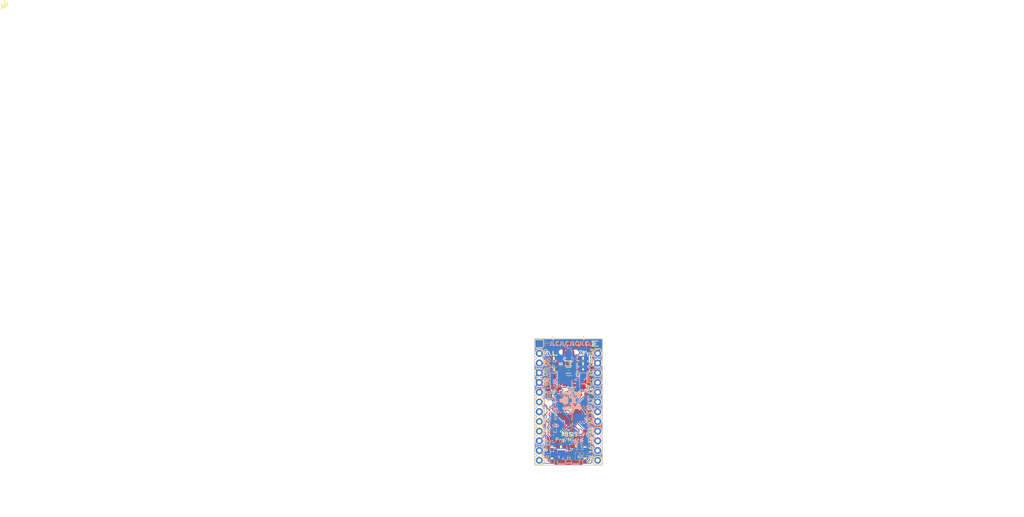
<source format=kicad_pcb>
(kicad_pcb (version 20240108) (generator "pcbnew") (generator_version "8.0")
  (layers (0 "F.Cu" signal "Top") (31 "B.Cu" signal "Bottom") (34 "B.Paste" user) (35 "F.Paste" user) (36 "B.SilkS" user "B.Silkscreen") (37 "F.SilkS" user "F.Silkscreen") (38 "B.Mask" user) (39 "F.Mask" user) (44 "Edge.Cuts" user))
  (net 0 "")
  (net 1 "GND")
  (net 2 "/RESET")
  (net 3 "/AREF")
  (net 4 "/RAW")
  (net 5 "/D10")
  (net 6 "/MOSI")
  (net 7 "/MISO")
  (net 8 "/SCK")
  (net 9 "/A0")
  (net 10 "/A1")
  (net 11 "/A2")
  (net 12 "/A3")
  (net 13 "/TXO")
  (net 14 "/RXI")
  (net 15 "/D2")
  (net 16 "/D3")
  (net 17 "/D4")
  (net 18 "/D5")
  (net 19 "/D6")
  (net 20 "/D7")
  (net 21 "/D8")
  (net 22 "/D9")
  (net 23 "/A5")
  (net 24 "/A4")
  (net 25 "/D13")
  (net 26 "/D12")
  (net 27 "/D14")
  (net 28 "/D+")
  (net 29 "/D-")
  (net 30 "Net-(U3-UCAP)")
  (net 31 "Net-(U3-XTAL1)")
  (net 32 "Net-(U3-XTAL2)")
  (net 33 "Net-(D1-A)")
  (net 34 "Net-(USB1-D+)")
  (net 35 "Net-(USB1-D-)")
  (net 36 "Net-(U3-PD5)")
  (net 38 "Net-(D2-PadA)")
  (net 39 "Net-(D3-PadC)")
  (net 40 "Net-(D4-PadC)")
  (net 42 "+5V")
  (net 43 "Net-(C1-+)")
  (net 44 "Net-(F1-Pad2)")
  (net 45 "/D11")
  (footprint "Capacitor_SMD:C_0603_1608Metric" (layer "F.Cu") (at 144.0688 113.6396 90)
    (property "Reference" "C3")
    (property "Value" "1uF")
  )
  (footprint "Capacitor_Tantalum_SMD:CP_EIA-3216-18_Kemet-A" (layer "F.Cu") (at 144.6784 99.710241 -90)
    (property "Reference" "C2")
    (property "Value" "10uF")
  )
  (footprint "Resistor_SMD:R_0603_1608Metric" (layer "F.Cu") (at 144.6784 95.026482)
    (property "Reference" "R1")
    (property "Value" "1K")
  )
  (footprint "SparkFun_Pro_Micro:LED-0603" (layer "F.Cu") (at 144.6784 96.47936 -90)
    (property "Reference" "D2")
    (property "Value" "Red")
  )
  (footprint "SparkFun_Pro_Micro:0603-RES" (layer "F.Cu") (at 144.6911 93.5736)
    (property "Reference" "R4")
    (property "Value" "10K")
  )
  (footprint "Capacitor_SMD:C_0603_1608Metric" (layer "F.Cu") (at 152.8191 113.3856 90)
    (property "Reference" "C4")
    (property "Value" "0.1uF")
  )
  (footprint "SparkFun_Pro_Micro:0603-CAP" (layer "F.Cu") (at 152.3492 102.95636 180)
    (property "Reference" "C7")
    (property "Value" "0.1uF")
  )
  (footprint "SparkFun_Pro_Micro:0603-RES" (layer "F.Cu") (at 152.8191 119.7356 90)
    (property "Reference" "R5")
    (property "Value" "330" (hide yes))
  )
  (footprint "SparkFun_Pro_Micro:LED-0603" (layer "F.Cu") (at 152.8191 116.6876 180)
    (property "Reference" "D3")
    (property "Value" "Green")
  )
  (footprint "Package_TO_SOT_SMD:SOT-23-5" (layer "F.Cu") (at 148.747481 99.659438 180)
    (property "Reference" "U1")
    (property "Value" "MIC5219")
  )
  (footprint "Capacitor_Tantalum_SMD:CP_EIA-3216-18_Kemet-A" (layer "F.Cu") (at 152.333959 99.710241 -90)
    (property "Reference" "C1")
    (property "Value" "10uF")
  )
  (footprint "SparkFun_Pro_Micro:QFN-44-NOPAD_1_1-OUTFAKES" (layer "F.Cu") (at 148.5011 107.5436 -45)
    (property "Reference" "U3")
    (property "Value" "ATMEGA32U4")
  )
  (footprint "SparkFun_Pro_Micro:CRYSTAL-SMD-5X3" (layer "F.Cu") (at 148.5011 119.3546)
    (property "Reference" "Y1")
    (property "Value" "16MHz" (hide yes))
  )
  (footprint "SparkFun_Pro_Micro:0603-CAP" (layer "F.Cu") (at 150.4696 116.586 180)
    (property "Reference" "C8")
    (property "Value" "22pF")
  )
  (footprint "SparkFun_Pro_Micro:0603-CAP" (layer "F.Cu") (at 146.558 116.586 180)
    (property "Reference" "C9")
    (property "Value" "22pF")
  )
  (footprint "SparkFun_Pro_Micro:0603-CAP" (layer "F.Cu") (at 144.465037 103.377994 180)
    (property "Reference" "C6")
    (property "Value" "1uF")
  )
  (footprint "SparkFun_Pro_Micro:0603-CAP" (layer "F.Cu") (at 152.3238 96.47936 180)
    (property "Reference" "C5")
    (property "Value" "1uF")
  )
  (footprint "SparkFun_Pro_Micro:0603-RES" (layer "F.Cu") (at 144.1831 119.7356 90)
    (property "Reference" "R6")
    (property "Value" "330" (hide yes))
  )
  (footprint "SparkFun_Pro_Micro:LED-0603" (layer "F.Cu") (at 144.1831 116.6876 180)
    (property "Reference" "D4")
    (property "Value" "Yellow")
  )
  (footprint "SparkFun_Pro_Micro:0603-RES" (layer "F.Cu") (at 152.3111 95.026482 180)
    (property "Reference" "R2")
    (property "Value" "22")
  )
  (footprint "SparkFun_Pro_Micro:0603-RES" (layer "F.Cu") (at 152.3111 93.5736 180)
    (property "Reference" "R3")
    (property "Value" "22")
  )
  (footprint "SparkFun_Pro_Micro:USB-AB-MICRO-SMD-V03-IN&OUT" (layer "F.Cu") (at 148.5011 89.7636 -90)
    (property "Reference" "USB1")
    (property "Value" "ZX62-AB-5PA(31)" (hide yes))
  )
  (footprint "SparkFun_Pro_Micro:MICRO-FIDUCIAL" (layer "F.Cu") (at 150.5331 119.3546)
    (property "Reference" "JP3" (hide yes))
    (property "Value" "FIDUCIALUFIDUCIAL" (hide yes))
  )
  (footprint "SparkFun_Pro_Micro:MICRO-FIDUCIAL" (layer "F.Cu") (at 144.08 92.3036)
    (property "Reference" "JP6" (hide yes))
    (property "Value" "FIDUCIALUFIDUCIAL" (hide yes))
  )
  (footprint "SparkFun_Pro_Micro:PTC-1206" (layer "F.Cu") (at 148.5011 96.7486 180)
    (property "Reference" "F1")
    (property "Value" "500mA" (hide yes))
  )
  (footprint "SparkFun_Pro_Micro:SOD-323" (layer "F.Cu") (at 148.5011 94.9452 180)
    (property "Reference" "D1")
    (property "Value" "1N4448WX-TP")
  )
  (footprint "SparkFun_Pro_Micro:SJ_2S" (layer "F.Cu") (at 140.8811 89.7636 180)
    (property "Reference" "SJ1" (hide yes))
    (property "Value" "SOLDERJUMPERNC" (hide yes))
  )
  (footprint "SparkFun_Pro_Micro:CREATIVE_COMMONS" (layer "F.Cu") (at 122.358979 131.6736)
    (property "Reference" "FRAME1" (hide yes))
    (property "Value" "FRAME-LETTER" (hide yes))
  )
  (footprint "SparkFun_Pro_Micro:CREATIVE_COMMONS" (layer "F.Cu") (at 170.8472 95.2714)
    (property "Reference" "FRAME1" (hide yes))
    (property "Value" "FRAME-LETTER" (hide yes))
  )
  (footprint "SparkFun_Pro_Micro:SOD-323" (layer "F.Cu") (at 155.3972 89.7636)
    (property "Reference" "D5")
    (property "Value" "1N4448WX-TP")
  )
  (footprint "SparkFun_Pro_Micro:SFE-LOGO-FLAME" (layer "F.Cu") (at 0.25 2.8042)
    (property "Reference" "JP4" (hide yes))
    (property "Value" "LOGO-SFESK" (hide yes))
  )
  (footprint "SparkFun_Pro_Micro:1X12" (layer "B.Cu") (at 156.1211 92.3036 -90)
    (property "Reference" "JP2")
    (property "Value" "M12PTH" (hide yes))
  )
  (footprint "SparkFun_Pro_Micro:1X12" (layer "B.Cu") (at 140.8811 120.2436 90)
    (property "Reference" "JP1")
    (property "Value" "M12PTH" (hide yes))
  )
  (footprint "KICAD_USER_OH_FOOTPRINT_DIR:LOGO_OH_NoText_Small" (layer "B.Cu") (at 149.3774 104.5972 -90)
    (property "Reference" "LOGO" (hide yes))
    (property "Value" "LOGO" (hide yes))
  )
  (gr_poly (pts (xy 151.2824 120.2182) (xy 150.2156 120.2182) (xy 150.2156 118.1608) (xy 151.2824 118.1608)) (stroke (width 0.1)) (fill none) (layer "B.SilkS"))
  (gr_poly (pts (xy 152.527 120.2182) (xy 151.511 120.2182) (xy 151.511 118.2116) (xy 151.5364 118.1862) (xy 152.527 118.1862)) (stroke (width 0.1)) (fill none) (layer "B.SilkS"))
  (gr_circle (center 140.8811 105.0036) (end 141.8971 105.0036) (stroke (width 0.254)) (fill none) (layer "F.SilkS"))
  (gr_circle (center 140.8811 120.2436) (end 141.8971 120.2436) (stroke (width 0.254)) (fill none) (layer "F.SilkS"))
  (gr_circle (center 156.1211 120.2436) (end 157.1371 120.2436) (stroke (width 0.254)) (fill none) (layer "F.SilkS"))
  (gr_circle (center 140.8811 110.0836) (end 141.8971 110.0836) (stroke (width 0.254)) (fill none) (layer "F.SilkS"))
  (gr_circle (center 140.8811 112.6236) (end 141.8971 112.6236) (stroke (width 0.254)) (fill none) (layer "F.SilkS"))
  (gr_line (start 157.3911 88.4936) (end 139.6111 88.4936) (stroke (width 0.2032)) (layer "Edge.Cuts"))
  (gr_line (start 139.6111 88.4936) (end 139.6111 121.5136) (stroke (width 0.2032)) (layer "Edge.Cuts"))
  (gr_line (start 139.6111 121.5136) (end 157.3911 121.5136) (stroke (width 0.2032)) (layer "Edge.Cuts"))
  (gr_line (start 157.3911 121.5136) (end 157.3911 88.4936) (stroke (width 0.2032)) (layer "Edge.Cuts"))
  (gr_text "V1.4" (at 149.2504 120.2944 0) (layer "B.SilkS") (effects (font (size 0.8 0.75) (thickness 0.15) (bold yes)) (justify left bottom mirror)))
  (gr_text "3.3V/8Mhz" (at 151.0792 111.4298 90) (layer "B.SilkS") (effects (font (size 0.77216 0.77216) (thickness 0.12192)) (justify left bottom mirror)))
  (gr_text "5V/16Mhz" (at 152.4254 111.76 90) (layer "B.SilkS") (effects (font (size 0.77216 0.77216) (thickness 0.12192)) (justify left bottom mirror)))
  (gr_text "ABSIS Pro-Micro V1.3\n" (at 145.034 106.045 90) (layer "B.SilkS") (effects (font (size 0.85 0.85)) (justify mirror)))
  (gr_text "OPENHORNET.COM - CC BY-NC-SA" (at 143.4084 104.9274 90) (layer "B.SilkS") (effects (font (size 0.85 0.85)) (justify mirror)))
  (gr_text "JLCJLCJLCJLC" (at 143.31 90.36 0) (layer "B.SilkS") (effects (font (size 1 1) (thickness 0.25) (bold yes)) (justify left bottom)))
  (gr_text "X" (at 152.5778 119.8118 0) (layer "B.SilkS") (effects (font (size 1 1)) (justify left bottom mirror)))
  (gr_text "ARDUINO BASED SIMULATOR INTERFACE SYSEM" (at 153.6446 105.6132 90) (layer "B.SilkS") (effects (font (size 0.5 0.5) (thickness 0.125)) (justify mirror)))
  (gr_text "8" (at 143.1671 118.0846 90) (layer "F.SilkS") (effects (font (size 0.9652 0.9652) (thickness 0.1524)) (justify left bottom)))
  (gr_text "6" (at 143.1671 113.0046 90) (layer "F.SilkS") (effects (font (size 0.9652 0.9652) (thickness 0.1524)) (justify left bottom)))
  (gr_text "9" (at 143.1671 120.6246 90) (layer "F.SilkS") (effects (font (size 0.9652 0.9652) (thickness 0.1524)) (justify left bottom)))
  (gr_text "7" (at 143.1671 115.5446 90) (layer "F.SilkS") (effects (font (size 0.9652 0.9652) (thickness 0.1524)) (justify left bottom)))
  (gr_text "5" (at 143.1671 110.4646 90) (layer "F.SilkS") (effects (font (size 0.9652 0.9652) (thickness 0.1524)) (justify left bottom)))
  (gr_text "4" (at 143.1671 107.9246 90) (layer "F.SilkS") (effects (font (size 0.9652 0.9652) (thickness 0.1524)) (justify left bottom)))
  (gr_text "15" (at 154.9781 113.3856 90) (layer "F.SilkS") (effects (font (size 0.9652 0.9652) (thickness 0.1524)) (justify left bottom)))
  (gr_text "RST" (at 154.9781 98.3996 90) (layer "F.SilkS") (effects (font (size 0.77216 0.77216) (thickness 0.12192)) (justify left bottom)))
  (gr_text "A3" (at 154.9781 103.2256 90) (layer "F.SilkS") (effects (font (size 0.9652 0.9652) (thickness 0.1524)) (justify left bottom)))
  (gr_text "10" (at 154.9781 121.0056 90) (layer "F.SilkS") (effects (font (size 0.9652 0.9652) (thickness 0.1524)) (justify left bottom)))
  (gr_text "GND" (at 143.0401 98.3996 90) (layer "F.SilkS") (effects (font (size 0.77216 0.77216) (thickness 0.12192)) (justify left bottom)))
  (gr_text "Pro Micro" (at 144.8816 115.4938 0) (layer "F.SilkS") (effects (font (size 1 1) (thickness 0.1524)) (justify left bottom)))
  (gr_text "A1" (at 154.9781 108.3056 90) (layer "F.SilkS") (effects (font (size 0.9652 0.9652) (thickness 0.1524)) (justify left bottom)))
  (gr_text "VCC" (at 154.9781 100.9396 90) (layer "F.SilkS") (effects (font (size 0.77216 0.77216) (thickness 0.12192)) (justify left bottom)))
  (gr_text "A0" (at 154.9781 110.8456 90) (layer "F.SilkS") (effects (font (size 0.9652 0.9652) (thickness 0.1524)) (justify left bottom)))
  (gr_text "2" (at 142.791178 102.796341 90) (layer "F.SilkS") (effects (font (size 0.77216 0.77216) (thickness 0.12192)) (justify left bottom)))
  (gr_text "14" (at 154.9781 115.9256 90) (layer "F.SilkS") (effects (font (size 0.9652 0.9652) (thickness 0.1524)) (justify left bottom)))
  (gr_text "J1" (at 142.0368 89.3064 0) (layer "F.SilkS") (effects (font (size 0.38608 0.38608) (thickness 0.032512)) (justify left bottom)))
  (gr_text "RAW" (at 154.9781 93.3196 90) (layer "F.SilkS") (effects (font (size 0.77216 0.77216) (thickness 0.12192)) (justify left bottom)))
  (gr_text "GND" (at 143.0401 100.9396 90) (layer "F.SilkS") (effects (font (size 0.77216 0.77216) (thickness 0.12192)) (justify left bottom)))
  (gr_text "A2" (at 154.9781 105.7656 90) (layer "F.SilkS") (effects (font (size 0.9652 0.9652) (thickness 0.1524)) (justify left bottom)))
  (gr_text "16" (at 154.9781 118.4656 90) (layer "F.SilkS") (effects (font (size 0.9652 0.9652) (thickness 0.1524)) (justify left bottom)))
  (gr_text "GND" (at 154.9781 95.8596 90) (layer "F.SilkS") (effects (font (size 0.77216 0.77216) (thickness 0.12192)) (justify left bottom)))
  (gr_text "3" (at 143.1671 105.3846 90) (layer "F.SilkS") (effects (font (size 0.9652 0.9652) (thickness 0.1524)) (justify left bottom)))
  (gr_text "RXI" (at 143.0401 95.8596 90) (layer "F.SilkS") (effects (font (size 0.77216 0.77216) (thickness 0.12192)) (justify left bottom)))
  (gr_text "TXO" (at 143.0401 93.3196 90) (layer "F.SilkS") (effects (font (size 0.77216 0.77216) (thickness 0.12192)) (justify left bottom)))
  (gr_text "ABSIS" (at 146.5072 114.046 0) (layer "F.SilkS") (effects (font (size 1 1) (thickness 0.2) (bold yes)) (justify left bottom)))
  (gr_text "SHORT\n5V" (at 142.0114 90.5002 0) (layer "F.SilkS") (effects (font (size 0.38 0.38) (thickness 0.032512)) (justify left bottom)))
  (segment (start 147.2011 92.4636) (end 147.2011 91.0336) (width 0.4064) (layer "F.Cu") (net 1))
  (segment (start 152.8191 114.2356) (end 152.8191 114.046) (width 0.2032) (layer "F.Cu") (net 1))
  (segment (start 144.240618 112.961419) (end 144.0688 112.7896) (width 0.2032) (layer "F.Cu") (net 1))
  (segment (start 149.465946 111.994485) (end 149.5171 112.045638) (width 0.2032) (layer "F.Cu") (net 1))
  (segment (start 144.2466 112.961419) (end 144.240618 112.961419) (width 0.2032) (layer "F.Cu") (net 1))
  (segment (start 144.0688 111.3155) (end 144.0688 112.7896) (width 0.2032) (layer "F.Cu") (net 1))
  (segment (start 149.5171 112.045638) (end 149.5171 112.4458) (width 0.2032) (layer "F.Cu") (net 1))
  (segment (start 143.807181 110.479838) (end 143.807181 111.053882) (width 0.2032) (layer "F.Cu") (net 1))
  (segment (start 144.272 110.015019) (end 143.807181 110.479838) (width 0.2032) (layer "F.Cu") (net 1))
  (segment (start 143.807181 111.053882) (end 144.0688 111.3155) (width 0.2032) (layer "F.Cu") (net 1))
  (segment (start 153.183529 105.65) (end 153.46 105.65) (width 0.2) (layer "F.Cu") (net 1))
  (segment (start 148.76 112.25) (end 149.195 111.815) (width 0.2) (layer "F.Cu") (net 1))
  (segment (start 152.946 108.51) (end 152.98 108.51) (width 0.2) (layer "F.Cu") (net 1))
  (segment (start 152.603378 108.159844) (end 152.603378 108.166078) (width 0.2) (layer "F.Cu") (net 1))
  (segment (start 144.484981 110.015019) (end 144.272 110.015019) (width 0.25) (layer "F.Cu") (net 1))
  (segment (start 144.7784 97.03496) (end 144.6312 97.18216) (width 0.25) (layer "F.Cu") (net 1))
  (segment (start 145.363314 109.267173) (end 145.363314 109.266686) (width 0.25) (layer "F.Cu") (net 1))
  (segment (start 143.2256 97.18216) (end 142.83 96.78656) (width 0.25) (layer "F.Cu") (net 1))
  (segment (start 152.60338 106.230149) (end 153.183529 105.65) (width 0.2) (layer "F.Cu") (net 1))
  (segment (start 145.363314 109.267173) (end 145.007168 109.623319) (width 0.25) (layer "F.Cu") (net 1))
  (segment (start 145.007168 109.623319) (end 144.876681 109.623319) (width 0.25) (layer "F.Cu") (net 1))
  (segment (start 150.5 102.755871) (end 150.5 102) (width 0.2) (layer "F.Cu") (net 1))
  (segment (start 146.001737 99.804219) (end 145.93616 99.804219) (width 0.25) (layer "F.Cu") (net 1))
  (segment (start 145.4284 96.0316) (end 145.61 95.85) (width 0.25) (layer "F.Cu") (net 1))
  (segment (start 146.423974 104.759367) (end 146.419367 104.759367) (width 0.25) (layer "F.Cu") (net 1))
  (segment (start 142.83 96.78656) (end 142.83 96.18) (width 0.25) (layer "F.Cu") (net 1))
  (segment (start 145.363314 109.266686) (end 146.08 108.55) (width 0.25) (layer "F.Cu") (net 1))
  (segment (start 144.876681 109.623319) (end 144.484981 110.015019) (width 0.25) (layer "F.Cu") (net 1))
  (segment (start 145.4284 96.47936) (end 145.4284 96.0316) (width 0.25) (layer "F.Cu") (net 1))
  (segment (start 152.98 108.51) (end 153.37 108.9) (width 0.2) (layer "F.Cu") (net 1))
  (segment (start 144.6312 97.18216) (end 143.2256 97.18216) (width 0.25) (layer "F.Cu") (net 1))
  (segment (start 144.7784 96.47936) (end 144.7784 97.03496) (width 0.25) (layer "F.Cu") (net 1))
  (segment (start 146.419367 104.759367) (end 145.315037 103.655037) (width 0.25) (layer "F.Cu") (net 1))
  (segment (start 145.4284 96.47936) (end 144.7784 96.47936) (width 0.25) (layer "F.Cu") (net 1))
  (segment (start 145.315037 103.655037) (end 145.315037 103.377994) (width 0.25) (layer "F.Cu") (net 1))
  (segment (start 149.465947 103.789924) (end 150.5 102.755871) (width 0.2) (layer "F.Cu") (net 1))
  (via micro (at 155.008578 98.661219) (size 0.3) (drill 0.1) (layers "F.Cu" "B.Cu") (net 1))
  (via micro (at 151.31 99.61) (size 0.3) (drill 0.1) (layers "F.Cu" "B.Cu") (net 1))
  (via micro (at 145.6182 91.2114) (size 0.3) (drill 0.1) (layers "F.Cu" "B.Cu") (net 1))
  (via micro (at 146.09 119.52) (size 0.3) (drill 0.1) (layers "F.Cu" "B.Cu") (net 1))
  (via micro (at 142.83 96.18) (size 0.3) (drill 0.1) (layers "F.Cu" "B.Cu") (net 1))
  (via micro (at 151.72 115.07) (size 0.3) (drill 0.1) (layers "F.Cu" "B.Cu") (net 1))
  (via micro (at 154.76 97.2) (size 0.3) (drill 0.1) (layers "F.Cu" "B.Cu") (net 1))
  (via micro (at 148.23 97.42) (size 0.3) (drill 0.1) (layers "F.Cu" "B.Cu") (net 1))
  (via micro (at 142.79 89.58) (size 0.3) (drill 0.1) (layers "F.Cu" "B.Cu") (net 1))
  (via micro (at 149.16 114.48) (size 0.3) (drill 0.1) (layers "F.Cu" "B.Cu") (net 1))
  (via micro (at 145.19 118.38) (size 0.3) (drill 0.1) (layers "F.Cu" "B.Cu") (net 1))
  (via micro (at 139.9794 91.1098) (size 0.3) (drill 0.1) (layers "F.Cu" "B.Cu") (net 1))
  (via micro (at 145.17 114.55) (size 0.3) (drill 0.1) (layers "F.Cu" "B.Cu") (net 1))
  (via micro (at 148.48 104.5) (size 0.3) (drill 0.1) (layers "F.Cu" "B.Cu") (net 1))
  (via micro (at 149.6 119.36) (size 0.3) (drill 0.1) (layers "F.Cu" "B.Cu") (net 1))
  (via micro (at 148.6662 109.3978) (size 0.3) (drill 0.1) (layers "F.Cu" "B.Cu") (net 1))
  (via micro (at 148.03 105.09) (size 0.3) (drill 0.1) (layers "F.Cu" "B.Cu") (net 1))
  (via micro (at 150.5204 89.0016) (size 0.3) (drill 0.1) (layers "F.Cu" "B.Cu") (net 1))
  (via micro (at 148.1074 108.8136) (size 0.3) (drill 0.1) (layers "F.Cu" "B.Cu") (net 1))
  (via micro (at 146.44 89.38) (size 0.3) (drill 0.1) (layers "F.Cu" "B.Cu") (net 1))
  (via micro (at 153.57 110.27) (size 0.3) (drill 0.1) (layers "F.Cu" "B.Cu") (net 1))
  (via micro (at 148.76 112.25) (size 0.3) (drill 0.1) (layers "F.Cu" "B.Cu") (net 1))
  (via micro (at 148.7 118.39) (size 0.3) (drill 0.1) (layers "F.Cu" "B.Cu") (net 1))
  (via micro (at 149.67 112.67) (size 0.3) (drill 0.1) (layers "F.Cu" "B.Cu") (net 1))
  (via micro (at 145.61 95.85) (size 0.3) (drill 0.1) (layers "F.Cu" "B.Cu") (net 1))
  (via micro (at 151.42 119.34) (size 0.3) (drill 0.1) (layers "F.Cu" "B.Cu") (net 1))
  (via micro (at 153.46 105.65) (size 0.3) (drill 0.1) (layers "F.Cu" "B.Cu") (net 1))
  (via micro (at 142.88 97.22) (size 0.3) (drill 0.1) (layers "F.Cu" "B.Cu") (net 1))
  (via micro (at 153.37 108.9) (size 0.3) (drill 0.1) (layers "F.Cu" "B.Cu") (net 1))
  (via micro (at 150.5 102) (size 0.3) (drill 0.1) (layers "F.Cu" "B.Cu") (net 1))
  (via micro (at 145.4 119.31) (size 0.3) (drill 0.1) (layers "F.Cu" "B.Cu") (net 1))
  (via micro (at 155.3718 90.678) (size 0.3) (drill 0.1) (layers "F.Cu" "B.Cu") (net 1))
  (via micro (at 146.51 90.45) (size 0.3) (drill 0.1) (layers "F.Cu" "B.Cu") (net 1))
  (via micro (at 147.8 115.75) (size 0.3) (drill 0.1) (layers "F.Cu" "B.Cu") (net 1))
  (via micro (at 144.0688 111.86) (size 0.3) (drill 0.1) (layers "F.Cu" "B.Cu") (net 1))
  (via micro (at 142.85 96.72) (size 0.3) (drill 0.1) (layers "F.Cu" "B.Cu") (net 1))
  (via micro (at 146.2786 114.7826) (size 0.3) (drill 0.1) (layers "F.Cu" "B.Cu") (net 1))
  (via micro (at 147.45 105.59) (size 0.3) (drill 0.1) (layers "F.Cu" "B.Cu") (net 1))
  (via micro (at 148.22 95.62) (size 0.3) (drill 0.1) (layers "F.Cu" "B.Cu") (net 1))
  (via micro (at 154.51 102.83) (size 0.3) (drill 0.1) (layers "F.Cu" "B.Cu") (net 1))
  (via micro (at 148.7678 110.4138) (size 0.3) (drill 0.1) (layers "F.Cu" "B.Cu") (net 1))
  (via micro (at 155.6004 88.9508) (size 0.3) (drill 0.1) (layers "F.Cu" "B.Cu") (net 1))
  (via micro (at 142.87 97.8) (size 0.3) (drill 0.1) (layers "F.Cu" "B.Cu") (net 1))
  (via micro (at 147.0914 92.9386) (size 0.3) (drill 0.1) (layers "F.Cu" "B.Cu") (net 1))
  (via micro (at 145.98 99.79) (size 0.3) (drill 0.1) (layers "F.Cu" "B.Cu") (net 1))
  (via micro (at 143.09 118.5) (size 0.3) (drill 0.1) (layers "F.Cu" "B.Cu") (net 1))
  (segment (start 143.8411 93.1046) (end 143.0401 92.3036) (width 0.2032) (layer "F.Cu") (net 2))
  (segment (start 143.8411 93.5736) (end 143.8411 93.1046) (width 0.2032) (layer "F.Cu") (net 2))
  (segment (start 143.6751 107.7976) (end 143.6751 107.2896) (width 0.2032) (layer "F.Cu") (net 2))
  (segment (start 142.1511 93.1926) (end 143.0401 92.3036) (width 0.2032) (layer "F.Cu") (net 2))
  (segment (start 144.12 108.92) (end 144.296273 108.92) (width 0.2) (layer "F.Cu") (net 2))
  (segment (start 143.6751 107.2896) (end 142.1511 105.7656) (width 0.2032) (layer "F.Cu") (net 2))
  (segment (start 141.589759 95.92056) (end 142.1511 95.359219) (width 0.2032) (layer "F.Cu") (net 2))
  (segment (start 141.589759 96.33966) (end 141.589759 95.92056) (width 0.2032) (layer "F.Cu") (net 2))
  (segment (start 143.7815 108.92) (end 143.4465 108.585) (width 0.2032) (layer "F.Cu") (net 2))
  (segment (start 142.1511 105.7656) (end 142.1511 96.901) (width 0.2032) (layer "F.Cu") (net 2))
  (segment (start 143.4465 108.585) (end 143.4465 108.0262) (width 0.2032) (layer "F.Cu") (net 2))
  (segment (start 144.296273 108.92) (end 144.656207 108.560066) (width 0.2) (layer "F.Cu") (net 2))
  (segment (start 142.1511 95.359219) (end 142.1511 93.1926) (width 0.2032) (layer "F.Cu") (net 2))
  (segment (start 144.12 108.92) (end 143.7815 108.92) (width 0.2032) (layer "F.Cu") (net 2))
  (segment (start 143.4465 108.0262) (end 143.6751 107.7976) (width 0.2032) (layer "F.Cu") (net 2))
  (segment (start 142.1511 96.901) (end 141.589759 96.33966) (width 0.2032) (layer "F.Cu") (net 2))
  (via (at 143.0401 92.3036) (size 0.762) (drill 0.254) (layers "F.Cu" "B.Cu") (net 2))
  (segment (start 150.9141 90.1954) (end 153.7589 90.1954) (width 0.2032) (layer "B.Cu") (net 2))
  (segment (start 149.5425 94.0816) (end 149.5425 91.567) (width 0.2032) (layer "B.Cu") (net 2))
  (segment (start 148.5519 95.0722) (end 149.5425 94.0816) (width 0.2032) (layer "B.Cu") (net 2))
  (segment (start 149.5425 91.567) (end 150.9141 90.1954) (width 0.2032) (layer "B.Cu") (net 2))
  (segment (start 154.7622 91.1987) (end 154.7622 96.0247) (width 0.2032) (layer "B.Cu") (net 2))
  (segment (start 154.7622 96.0247) (end 156.1211 97.3836) (width 0.2032) (layer "B.Cu") (net 2))
  (segment (start 153.7589 90.1954) (end 154.7622 91.1987) (width 0.2032) (layer "B.Cu") (net 2))
  (segment (start 145.8087 95.0722) (end 148.5519 95.0722) (width 0.2032) (layer "B.Cu") (net 2))
  (segment (start 143.0401 92.3036) (end 145.8087 95.0722) (width 0.2032) (layer "B.Cu") (net 2))
  (segment (start 150.996718 102.95636) (end 151.4992 102.95636) (width 0.2032) (layer "F.Cu") (net 3))
  (segment (start 150.163153 103.789925) (end 150.996718 102.95636) (width 0.2032) (layer "F.Cu") (net 3))
  (segment (start 156.5472 91.8775) (end 156.1211 92.3036) (width 0.25) (layer "F.Cu") (net 4))
  (segment (start 156.5472 89.7636) (end 156.5472 91.8775) (width 0.25) (layer "F.Cu") (net 4))
  (segment (start 156.1211 91.7956) (end 156.1211 92.3036) (width 0.2032) (layer "B.Cu") (net 4))
  (segment (start 151.6 109.23) (end 153.181525 110.811525) (width 0.2) (layer "F.Cu") (net 5))
  (segment (start 153.181525 110.811525) (end 153.892772 110.811525) (width 0.2) (layer "F.Cu") (net 5))
  (segment (start 154.918932 118.337543) (end 156.163532 119.582143) (width 0.2) (layer "F.Cu") (net 5))
  (segment (start 154.918932 118.337543) (end 154.918932 111.837684) (width 0.2) (layer "F.Cu") (net 5))
  (segment (start 156.163532 119.582143) (end 156.163532 120.267943) (width 0.2) (layer "F.Cu") (net 5))
  (segment (start 153.892772 110.811525) (end 154.918932 111.837684) (width 0.2) (layer "F.Cu") (net 5))
  (segment (start 145.331268 107.1626) (end 144.747421 106.578754) (width 0.2032) (layer "F.Cu") (net 6))
  (segment (start 148.3741 107.1626) (end 145.331268 107.1626) (width 0.2032) (layer "F.Cu") (net 6))
  (via micro (at 148.3741 107.1626) (size 0.3) (drill 0.1) (layers "F.Cu" "B.Cu") (net 6))
  (segment (start 149.2631 108.0516) (end 149.7203 108.0516) (width 0.2032) (layer "B.Cu") (net 6))
  (segment (start 154.0383 109.728) (end 154.0383 115.6208) (width 0.2032) (layer "B.Cu") (net 6))
  (segment (start 154.0129 108.331) (end 154.0129 109.7026) (width 0.2032) (layer "B.Cu") (net 6))
  (segment (start 153.7843 108.1024) (end 154.0129 108.331) (width 0.2032) (layer "B.Cu") (net 6))
  (segment (start 153.1239 108.1024) (end 153.7843 108.1024) (width 0.2032) (layer "B.Cu") (net 6))
  (segment (start 154.0383 115.6208) (end 156.1211 117.7036) (width 0.2032) (layer "B.Cu") (net 6))
  (segment (start 148.3741 107.1626) (end 149.2631 108.0516) (width 0.2032) (layer "B.Cu") (net 6))
  (segment (start 152.6921 107.6706) (end 153.1239 108.1024) (width 0.2032) (layer "B.Cu") (net 6))
  (segment (start 150.1013 107.6706) (end 152.6921 107.6706) (width 0.2032) (layer "B.Cu") (net 6))
  (segment (start 154.0129 109.7026) (end 154.0383 109.728) (width 0.2032) (layer "B.Cu") (net 6))
  (segment (start 149.7203 108.0516) (end 150.1013 107.6706) (width 0.2032) (layer "B.Cu") (net 6))
  (segment (start 145.9611 107.5436) (end 146.8501 107.5436) (width 0.2032) (layer "F.Cu") (net 7))
  (segment (start 146.8501 107.5436) (end 147.3581 108.0516) (width 0.2032) (layer "F.Cu") (net 7))
  (segment (start 147.3581 108.0516) (end 148.7805 108.0516) (width 0.2032) (layer "F.Cu") (net 7))
  (segment (start 144.398818 106.92736) (end 145.015059 107.5436) (width 0.2032) (layer "F.Cu") (net 7))
  (segment (start 145.015059 107.5436) (end 145.0289 107.5436) (width 0.2032) (layer "F.Cu") (net 7))
  (segment (start 145.0289 107.5436) (end 145.9611 107.5436) (width 0.2032) (layer "F.Cu") (net 7))
  (segment (start 148.7805 108.0516) (end 149.5679 107.2642) (width 0.2032) (layer "F.Cu") (net 7))
  (via micro (at 149.5679 107.2642) (size 0.3) (drill 0.1) (layers "F.Cu" "B.Cu") (net 7))
  (segment (start 153.0731 107.2896) (end 153.4795 107.696) (width 0.2032) (layer "B.Cu") (net 7))
  (segment (start 149.5933 107.2896) (end 149.5679 107.2642) (width 0.2032) (layer "B.Cu") (net 7))
  (segment (start 156.0449 115.1636) (end 156.1211 115.1636) (width 0.2032) (layer "B.Cu") (net 7))
  (segment (start 154.4193 113.538) (end 156.0449 115.1636) (width 0.2032) (layer "B.Cu") (net 7))
  (segment (start 153.4795 107.696) (end 154.0129 107.696) (width 0.2032) (layer "B.Cu") (net 7))
  (segment (start 154.0129 107.696) (end 154.4193 108.1024) (width 0.2032) (layer "B.Cu") (net 7))
  (segment (start 154.4193 108.1024) (end 154.4193 113.538) (width 0.2032) (layer "B.Cu") (net 7))
  (segment (start 153.0731 107.2896) (end 149.5933 107.2896) (width 0.2032) (layer "B.Cu") (net 7))
  (segment (start 145.3637 106.5276) (end 145.393475 106.5276) (width 0.2032) (layer "F.Cu") (net 8))
  (segment (start 145.096025 106.23015) (end 145.393475 106.5276) (width 0.2032) (layer "F.Cu") (net 8))
  (segment (start 149.5171 106.5276) (end 149.7711 106.2736) (width 0.2032) (layer "F.Cu") (net 8))
  (segment (start 145.393475 106.5276) (end 149.5171 106.5276) (width 0.2032) (layer "F.Cu") (net 8))
  (via micro (at 149.7711 106.2736) (size 0.3) (drill 0.1) (layers "F.Cu" "B.Cu") (net 8))
  (segment (start 149.7711 106.2736) (end 150.2791 106.7816) (width 0.2032) (layer "B.Cu") (net 8))
  (segment (start 154.3431 107.2896) (end 154.8511 107.7976) (width 0.2032) (layer "B.Cu") (net 8))
  (segment (start 153.7081 107.2896) (end 154.3431 107.2896) (width 0.2032) (layer "B.Cu") (net 8))
  (segment (start 153.2001 106.7816) (end 153.7081 107.2896) (width 0.2032) (layer "B.Cu") (net 8))
  (segment (start 154.8511 111.3536) (end 156.1211 112.6236) (width 0.2032) (layer "B.Cu") (net 8))
  (segment (start 150.2791 106.7816) (end 153.2001 106.7816) (width 0.2032) (layer "B.Cu") (net 8))
  (segment (start 154.8511 107.7976) (end 154.8511 111.3536) (width 0.2032) (layer "B.Cu") (net 8))
  (segment (start 151.906171 106.23015) (end 153.14034 104.995982) (width 0.2032) (layer "F.Cu") (net 9))
  (segment (start 154.21864 104.995982) (end 154.388818 105.16616) (width 0.2032) (layer "F.Cu") (net 9))
  (segment (start 154.388818 105.5751) (end 154.881581 106.067863) (width 0.2032) (layer "F.Cu") (net 9))
  (segment (start 154.881581 106.067863) (end 154.881581 108.844082) (width 0.2032) (layer "F.Cu") (net 9))
  (segment (start 153.14034 104.995982) (end 154.21864 104.995982) (width 0.2032) (layer "F.Cu") (net 9))
  (segment (start 156.1211 110.0836) (end 154.881581 108.844082) (width 0.2032) (layer "F.Cu") (net 9))
  (segment (start 154.388818 105.16616) (end 154.388818 105.5751) (width 0.2032) (layer "F.Cu") (net 9))
  (segment (start 154.52344 104.566719) (end 154.87904 104.922319) (width 0.2032) (layer "F.Cu") (net 10))
  (segment (start 154.87904 104.922319) (end 154.87904 105.506519) (width 0.2032) (layer "F.Cu") (net 10))
  (segment (start 151.557568 105.881547) (end 152.872396 104.566719) (width 0.2032) (layer "F.Cu") (net 10))
  (segment (start 152.872396 104.566719) (end 154.52344 104.566719) (width 0.2032) (layer "F.Cu") (net 10))
  (segment (start 154.87904 105.506519) (end 156.1211 106.748579) (width 0.2032) (layer "F.Cu") (net 10))
  (segment (start 156.1211 106.748579) (end 156.1211 107.5436) (width 0.2032) (layer "F.Cu") (net 10))
  (segment (start 155.267659 104.15016) (end 156.1211 105.0036) (width 0.2032) (layer "F.Cu") (net 11))
  (segment (start 151.208962 105.532944) (end 152.591746 104.15016) (width 0.2032) (layer "F.Cu") (net 11))
  (segment (start 152.591746 104.15016) (end 155.267659 104.15016) (width 0.2032) (layer "F.Cu") (net 11))
  (segment (start 151.208962 104.835738) (end 152.298396 103.746304) (width 0.2032) (layer "F.Cu") (net 12))
  (segment (start 156.113481 102.4636) (end 156.1211 102.4636) (width 0.2032) (layer "F.Cu") (net 12))
  (segment (start 152.290778 103.746304) (end 152.298396 103.746304) (width 0.2032) (layer "F.Cu") (net 12))
  (segment (start 152.298396 103.746304) (end 154.830778 103.746304) (width 0.2032) (layer "F.Cu") (net 12))
  (segment (start 154.830778 103.746304) (end 156.113481 102.4636) (width 0.2032) (layer "F.Cu") (net 12))
  (segment (start 147.169199 112.618193) (end 147.169199 111.703928) (width 0.2) (layer "F.Cu") (net 13))
  (segment (start 147.465147 112.914141) (end 147.169199 112.618193) (width 0.2) (layer "F.Cu") (net 13))
  (segment (start 147.169199 111.703928) (end 147.484634 111.388493) (width 0.2) (layer "F.Cu") (net 13))
  (segment (start 147.465147 112.984853) (end 147.465147 112.914141) (width 0.2) (layer "F.Cu") (net 13))
  (via micro (at 147.465147 112.984853) (size 0.3) (drill 0.1) (layers "F.Cu" "B.Cu") (net 13))
  (segment (start 145.3261 106.9467) (end 145.3261 104.576882) (width 0.2032) (layer "B.Cu") (net 13))
  (segment (start 143.33474 103.385619) (end 143.33474 101.795579) (width 0.2032) (layer "B.Cu") (net 13))
  (segment (start 148.229318 109.849919) (end 145.3261 106.9467) (width 0.2032) (layer "B.Cu") (net 13))
  (segment (start 144.139921 101.59746) (end 145.27784 100.459541) (width 0.2032) (layer "B.Cu") (net 13))
  (segment (start 145.3261 96.7486) (end 140.8811 92.3036) (width 0.2032) (layer "B.Cu") (net 13))
  (segment (start 143.33474 101.795579) (end 143.532859 101.59746) (width 0.2032) (layer "B.Cu") (net 13))
  (segment (start 145.27784 100.459541) (end 145.27784 96.79686) (width 0.2032) (layer "B.Cu") (net 13))
  (segment (start 143.400781 103.45166) (end 143.33474 103.385619) (width 0.2032) (layer "B.Cu") (net 13))
  (segment (start 144.200878 103.45166) (end 143.400781 103.45166) (width 0.2032) (layer "B.Cu") (net 13))
  (segment (start 147.465147 112.984853) (end 148.229318 112.220682) (width 0.2032) (layer "B.Cu") (net 13))
  (segment (start 143.532859 101.59746) (end 144.139921 101.59746) (width 0.2032) (layer "B.Cu") (net 13))
  (segment (start 148.229318 112.220682) (end 148.229318 109.849919) (width 0.2032) (layer "B.Cu") (net 13))
  (segment (start 145.27784 96.79686) (end 145.3261 96.7486) (width 0.2032) (layer "B.Cu") (net 13))
  (segment (start 145.3261 104.576882) (end 144.200878 103.45166) (width 0.2032) (layer "B.Cu") (net 13))
  (segment (start 146.7485 112.649) (end 146.748064 112.649436) (width 0.2032) (layer "F.Cu") (net 14))
  (segment (start 147.131081 111.03494) (end 146.7485 111.417521) (width 0.2) (layer "F.Cu") (net 14))
  (segment (start 146.7485 111.417521) (end 146.7485 112.649) (width 0.2) (layer "F.Cu") (net 14))
  (segment (start 146.748064 112.649436) (end 146.742541 112.649436) (width 0.2032) (layer "F.Cu") (net 14))
  (via micro (at 146.742541 112.649436) (size 0.3) (drill 0.1) (layers "F.Cu" "B.Cu") (net 14))
  (segment (start 142.844518 94.8436) (end 140.8811 94.8436) (width 0.2032) (layer "B.Cu") (net 14))
  (segment (start 142.930878 103.64216) (end 143.129 103.840282) (width 0.2032) (layer "B.Cu") (net 14))
  (segment (start 143.972281 101.196141) (end 144.88414 100.284282) (width 0.2032) (layer "B.Cu") (net 14))
  (segment (start 143.327118 101.2063) (end 142.930878 101.602541) (width 0.2032) (layer "B.Cu") (net 14))
  (segment (start 142.930878 103.64216) (end 142.930878 101.602541) (width 0.2032) (layer "B.Cu") (net 14))
  (segment (start 144.88414 96.883222) (end 142.844518 94.8436) (width 0.2032) (layer "B.Cu") (net 14))
  (segment (start 143.327118 101.196141) (end 143.327118 101.2063) (width 0.2032) (layer "B.Cu") (net 14))
  (segment (start 143.327118 101.196141) (end 143.972281 101.196141) (width 0.2032) (layer "B.Cu") (net 14))
  (segment (start 144.88414 96.883222) (end 144.88414 100.284282) (width 0.2032) (layer "B.Cu") (net 14))
  (segment (start 143.129 103.840282) (end 143.11884 103.840282) (width 0.2032) (layer "B.Cu") (net 14))
  (segment (start 147.64004 109.913419) (end 144.8689 107.142279) (width 0.2032) (layer "B.Cu") (net 14))
  (segment (start 146.742541 112.649436) (end 147.64004 111.751937) (width 0.2032) (layer "B.Cu") (net 14))
  (segment (start 144.8689 107.142279) (end 144.8689 104.696263) (width 0.2032) (layer "B.Cu") (net 14))
  (segment (start 147.64004 111.751937) (end 147.64004 109.913419) (width 0.2032) (layer "B.Cu") (net 14))
  (segment (start 144.8689 104.696263) (end 144.012918 103.840282) (width 0.2032) (layer "B.Cu") (net 14))
  (segment (start 144.012918 103.840282) (end 143.129 103.840282) (width 0.2032) (layer "B.Cu") (net 14))
  (segment (start 146.809931 110.600069) (end 146.839046 110.600069) (width 0.2) (layer "F.Cu") (net 15))
  (segment (start 147.194998 110.263915) (end 146.777527 110.681386) (width 0.2) (layer "F.Cu") (net 15))
  (segment (start 147.194998 110.075642) (end 147.194998 110.263915) (width 0.2) (layer "F.Cu") (net 15))
  (via micro (at 147.194998 110.075642) (size 0.3) (drill 0.1) (layers "F.Cu" "B.Cu") (net 15))
  (segment (start 143.179416 99.7794) (end 143.247864 99.7794) (width 0.2032) (layer "B.Cu") (net 15))
  (segment (start 142.8877 104.2289) (end 142.5448 103.886) (width 0.2032) (layer "B.Cu") (net 15))
  (segment (start 143.0528 99.906016) (end 143.179416 99.7794) (width 0.2032) (layer "B.Cu") (net 15))
  (segment (start 142.5448 101.2952) (end 143.0528 100.7872) (width 0.2032) (layer "B.Cu") (net 15))
  (segment (start 142.2273 100.40366) (end 140.8811 101.74986) (width 0.2032) (layer "B.Cu") (net 15))
  (segment (start 142.2273 99.2427) (end 142.2273 100.40366) (width 0.2032) (layer "B.Cu") (net 15))
  (segment (start 142.5448 103.886) (end 142.5448 101.2952) (width 0.2032) (layer "B.Cu") (net 15))
  (segment (start 143.845281 104.2289) (end 142.8877 104.2289) (width 0.2032) (layer "B.Cu") (net 15))
  (segment (start 147.194998 110.047498) (end 144.4371 107.2896) (width 0.2032) (layer "B.Cu") (net 15))
  (segment (start 143.2288 98.72) (end 142.75 98.72) (width 0.2032) (layer "B.Cu") (net 15))
  (segment (start 142.75 98.72) (end 142.2273 99.2427) (width 0.2032) (layer "B.Cu") (net 15))
  (segment (start 144.4371 104.820719) (end 143.845281 104.2289) (width 0.2032) (layer "B.Cu") (net 15))
  (segment (start 144.4371 107.2896) (end 144.4371 104.820719) (width 0.2032) (layer "B.Cu") (net 15))
  (segment (start 143.4994 99.527864) (end 143.4994 98.9906) (width 0.2032) (layer "B.Cu") (net 15))
  (segment (start 147.194998 110.075642) (end 147.194998 110.047498) (width 0.2032) (layer "B.Cu") (net 15))
  (segment (start 143.4994 98.9906) (end 143.2288 98.72) (width 0.2032) (layer "B.Cu") (net 15))
  (segment (start 140.8811 101.74986) (end 140.8811 102.4636) (width 0.2032) (layer "B.Cu") (net 15))
  (segment (start 143.0528 100.7872) (end 143.0528 99.906016) (width 0.2032) (layer "B.Cu") (net 15))
  (segment (start 143.247864 99.7794) (end 143.4994 99.527864) (width 0.2032) (layer "B.Cu") (net 15))
  (segment (start 146.412829 110.327833) (end 145.633446 111.107216) (width 0.2) (layer "F.Cu") (net 16))
  (segment (start 146.423974 110.327833) (end 146.412829 110.327833) (width 0.2) (layer "F.Cu") (net 16))
  (segment (start 146.151735 110.600072) (end 146.423974 110.327833) (width 0.2032) (layer "F.Cu") (net 16))
  (segment (start 146.141837 110.600072) (end 146.151735 110.600072) (width 0.2032) (layer "F.Cu") (net 16))
  (via micro (at 145.633446 111.107216) (size 0.3) (drill 0.1) (layers "F.Cu" "B.Cu") (net 16))
  (segment (start 142.6591 109.9566) (end 142.6591 108.5596) (width 0.2032) (layer "B.Cu") (net 16))
  (segment (start 143.809716 111.107216) (end 142.6591 109.9566) (width 0.2032) (layer "B.Cu") (net 16))
  (segment (start 145.633446 111.107216) (end 143.809716 111.107216) (width 0.2032) (layer "B.Cu") (net 16))
  (segment (start 142.1511 108.0516) (end 142.1511 106.2736) (width 0.2032) (layer "B.Cu") (net 16))
  (segment (start 142.6591 108.5596) (end 142.1511 108.0516) (width 0.2032) (layer "B.Cu") (net 16))
  (segment (start 142.1511 106.2736) (end 140.8811 105.0036) (width 0.2032) (layer "B.Cu") (net 16))
  (segment (start 151.20874 112.342866) (end 151.20874 112.753141) (width 0.2032) (layer "F.Cu") (net 17))
  (segment (start 149.900814 111.03494) (end 151.20874 112.342866) (width 0.2) (layer "F.Cu") (net 17))
  (segment (start 149.871119 111.03494) (end 149.900814 111.03494) (width 0.2) (layer "F.Cu") (net 17))
  (via micro (at 151.20874 112.753141) (size 0.3) (drill 0.1) (layers "F.Cu" "B.Cu") (net 17))
  (segment (start 150.195281 114.409219) (end 150.195281 115.067082) (width 0.2032) (layer "B.Cu") (net 17))
  (segment (start 148.539203 116.72316) (end 143.502381 116.72316) (width 0.2032) (layer "B.Cu") (net 17))
  (segment (start 143.0274 116.248179) (end 143.0274 114.061241) (width 0.2032) (layer "B.Cu") (net 17))
  (segment (start 151.20874 112.753141) (end 151.20874 113.39576) (width 0.2032) (layer "B.Cu") (net 17))
  (segment (start 142.1511 108.8136) (end 140.8811 107.5436) (width 0.2032) (layer "B.Cu") (net 17))
  (segment (start 143.0274 114.061241) (end 142.5321 113.565941) (width 0.2032) (layer "B.Cu") (net 17))
  (segment (start 150.195281 115.067082) (end 148.539203 116.72316) (width 0.2032) (layer "B.Cu") (net 17))
  (segment (start 142.5321 113.565941) (end 142.5321 111.1758) (width 0.2032) (layer "B.Cu") (net 17))
  (segment (start 151.20874 113.39576) (end 150.195281 114.409219) (width 0.2032) (layer "B.Cu") (net 17))
  (segment (start 142.5321 111.1758) (end 142.1511 110.7948) (width 0.2032) (layer "B.Cu") (net 17))
  (segment (start 143.502381 116.72316) (end 143.0274 116.248179) (width 0.2032) (layer "B.Cu") (net 17))
  (segment (start 142.1511 110.7948) (end 142.1511 108.8136) (width 0.2032) (layer "B.Cu") (net 17))
  (segment (start 153.063981 109.98516) (end 151.99244 108.913619) (width 0.2) (layer "F.Cu") (net 18))
  (segment (start 153.063981 110.013981) (end 153.063981 109.98516) (width 0.2) (layer "F.Cu") (net 18))
  (via micro (at 153.063981 110.013981) (size 0.3) (drill 0.1) (layers "F.Cu" "B.Cu") (net 18))
  (segment (start 153.063981 110.013981) (end 152.69718 110.380782) (width 0.2) (layer "B.Cu") (net 18))
  (segment (start 152.471118 112.819182) (end 152.471118 113.352582) (width 0.2) (layer "B.Cu") (net 18))
  (segment (start 142.107918 113.174782) (end 142.1511 113.1316) (width 0.2) (layer "B.Cu") (net 18))
  (segment (start 142.1511 111.3536) (end 140.8811 110.0836) (width 0.2) (layer "B.Cu") (net 18))
  (segment (start 150.4569 110.9472) (end 150.4569 111.7854) (width 0.2) (layer "B.Cu") (net 18))
  (segment (start 142.605759 114.24666) (end 142.107918 113.748819) (width 0.2) (layer "B.Cu") (net 18))
  (segment (start 142.107918 113.748819) (end 142.107918 113.174782) (width 0.2) (layer "B.Cu") (net 18))
  (segment (start 143.3703 117.210841) (end 142.605759 116.4463) (width 0.2) (layer "B.Cu") (net 18))
  (segment (start 151.721818 112.069882) (end 152.471118 112.819182) (width 0.2) (layer "B.Cu") (net 18))
  (segment (start 152.69718 110.380782) (end 151.023318 110.380782) (width 0.2) (layer "B.Cu") (net 18))
  (segment (start 150.62454 114.6556) (end 150.6093 114.6556) (width 0.2) (layer "B.Cu") (net 18))
  (segment (start 148.6662 117.210841) (end 143.3703 117.210841) (width 0.2) (layer "B.Cu") (net 18))
  (segment (start 151.861518 113.962182) (end 151.317959 113.962182) (width 0.2) (layer "B.Cu") (net 18))
  (segment (start 150.741381 112.069882) (end 151.721818 112.069882) (width 0.2) (layer "B.Cu") (net 18))
  (segment (start 151.023318 110.380782) (end 150.4569 110.9472) (width 0.2) (layer "B.Cu") (net 18))
  (segment (start 142.1511 113.1316) (end 142.1511 111.3536) (width 0.2) (layer "B.Cu") (net 18))
  (segment (start 151.317959 113.962182) (end 150.62454 114.6556) (width 0.2) (layer "B.Cu") (net 18))
  (segment (start 150.6093 114.6556) (end 150.6093 115.267741) (width 0.2) (layer "B.Cu") (net 18))
  (segment (start 152.471118 113.352582) (end 151.861518 113.962182) (width 0.2) (layer "B.Cu") (net 18))
  (segment (start 150.4569 111.7854) (end 150.741381 112.069882) (width 0.2) (layer "B.Cu") (net 18))
  (segment (start 142.605759 116.4463) (end 142.605759 114.24666) (width 0.2) (layer "B.Cu") (net 18))
  (segment (start 150.6093 115.267741) (end 148.6662 117.210841) (width 0.2) (layer "B.Cu") (net 18))
  (segment (start 151.1681 110.917707) (end 150.578226 110.327833) (width 0.2) (layer "F.Cu") (net 19))
  (via micro (at 151.1681 110.917707) (size 0.3) (drill 0.1) (layers "F.Cu" "B.Cu") (net 19))
  (segment (start 151.483059 114.366041) (end 151.023318 114.825782) (width 0.2032) (layer "B.Cu") (net 19))
  (segment (start 142.123159 114.442241) (end 140.8811 113.200182) (width 0.2032) (layer "B.Cu") (net 19))
  (segment (start 151.1681 110.917707) (end 152.9842 112.733807) (width 0.2032) (layer "B.Cu") (net 19))
  (segment (start 151.023318 115.4938) (end 148.7805 117.736619) (width 0.2032) (layer "B.Cu") (net 19))
  (segment (start 143.14424 117.736619) (end 142.123159 116.715538) (width 0.2032) (layer "B.Cu") (net 19))
  (segment (start 140.8811 113.200182) (end 140.8811 112.6236) (width 0.2032) (layer "B.Cu") (net 19))
  (segment (start 152.105359 114.366041) (end 151.483059 114.366041) (width 0.2032) (layer "B.Cu") (net 19))
  (segment (start 148.7805 117.736619) (end 143.14424 117.736619) (width 0.2032) (layer "B.Cu") (net 19))
  (segment (start 152.9842 112.733807) (end 152.9842 113.4872) (width 0.2032) (layer "B.Cu") (net 19))
  (segment (start 142.123159 116.715538) (end 142.123159 114.442241) (width 0.2032) (layer "B.Cu") (net 19))
  (segment (start 151.023318 114.825782) (end 151.023318 115.4938) (width 0.2032) (layer "B.Cu") (net 19))
  (segment (start 152.9842 113.4872) (end 152.105359 114.366041) (width 0.2032) (layer "B.Cu") (net 19))
  (segment (start 147.530818 102.875082) (end 147.530818 103.087285) (width 0.2032) (layer "F.Cu") (net 20))
  (segment (start 142.841978 107.43) (end 142.841978 107.878022) (width 0.2032) (layer "F.Cu") (net 20))
  (segment (start 146.659603 101.203763) (end 148.32584 101.203763) (width 0.2032) (layer "F.Cu") (net 20))
  (segment (start 149.329137 101.58476) (end 149.43074 101.686363) (width 0.2032) (layer "F.Cu") (net 20))
  (segment (start 148.849078 103.027482) (end 148.155662 103.027482) (width 0.2032) (layer "F.Cu") (net 20))
  (segment (start 147.85594 102.72776) (end 147.67814 102.72776) (width 0.2032) (layer "F.Cu") (net 20))
  (segment (start 142.1511 108.5689) (end 142.1511 113.8936) (width 0.2032) (layer "F.Cu") (net 20))
  (segment (start 149.43074 101.686363) (end 149.43074 102.445819) (width 0.2032) (layer "F.Cu") (net 20))
  (segment (start 148.706837 101.58476) (end 149.329137 101.58476) (width 0.2032) (layer "F.Cu") (net 20))
  (segment (start 148.32584 101.203763) (end 148.706837 101.58476) (width 0.2032) (layer "F.Cu") (net 20))
  (segment (start 142.1511 113.8936) (end 140.8811 115.1636) (width 0.2032) (layer "F.Cu") (net 20))
  (segment (start 147.67814 102.72776) (end 147.530818 102.875082) (width 0.2032) (layer "F.Cu") (net 20))
  (segment (start 148.155662 103.027482) (end 147.85594 102.72776) (width 0.2032) (layer "F.Cu") (net 20))
  (segment (start 142.841978 107.878022) (end 142.1511 108.5689) (width 0.2032) (layer "F.Cu") (net 20))
  (segment (start 149.43074 102.445819) (end 148.849078 103.027482) (width 0.2032) (layer "F.Cu") (net 20))
  (segment (start 144.795481 99.339641) (end 146.659603 101.203763) (width 0.2032) (layer "F.Cu") (net 20))
  (segment (start 143.080359 99.339641) (end 144.795481 99.339641) (width 0.2032) (layer "F.Cu") (net 20))
  (segment (start 143.07 99.35) (end 143.080359 99.339641) (width 0.2032) (layer "F.Cu") (net 20))
  (via micro (at 142.841978 107.43) (size 0.3) (drill 0.1) (layers "F.Cu" "B.Cu") (net 20))
  (via micro (at 143.07 99.35) (size 0.3) (drill 0.1) (layers "F.Cu" "B.Cu") (net 20))
  (segment (start 142.6083 99.8117) (end 142.6083 100.624641) (width 0.2032) (layer "B.Cu") (net 20))
  (segment (start 143.07 99.35) (end 142.6083 99.8117) (width 0.2032) (layer "B.Cu") (net 20))
  (segment (start 142.841978 106.075478) (end 142.841978 107.43) (width 0.2032) (layer "B.Cu") (net 20))
  (segment (start 142.6083 100.624641) (end 142.1511 101.081841) (width 0.2032) (layer "B.Cu") (net 20))
  (segment (start 142.1511 105.3846) (end 142.841978 106.075478) (width 0.2032) (layer "B.Cu") (net 20))
  (segment (start 142.1511 101.081841) (end 142.1511 105.3846) (width 0.2032) (layer "B.Cu") (net 20))
  (segment (start 154.0002 120.08) (end 154.0002 118.8593) (width 0.2032) (layer "F.Cu") (net 21))
  (segment (start 150.93178 109.974284) (end 150.93178 109.97428) (width 0.2) (layer "F.Cu") (net 21))
  (segment (start 152.593037 111.635541) (end 150.93178 109.974284) (width 0.2) (layer "F.Cu") (net 21))
  (segment (start 153.416 111.635541) (end 152.593037 111.635541) (width 0.2032) (layer "F.Cu") (net 21))
  (segment (start 153.9875 118.8466) (end 153.9875 112.207041) (width 0.2032) (layer "F.Cu") (net 21))
  (segment (start 154.0002 118.8593) (end 153.9875 118.8466) (width 0.2032) (layer "F.Cu") (net 21))
  (segment (start 153.9875 112.207041) (end 153.416 111.635541) (width 0.2032) (layer "F.Cu") (net 21))
  (via micro (at 154.0002 120.08) (size 0.3) (drill 0.1) (layers "F.Cu" "B.Cu") (net 21))
  (segment (start 143.7513 120.5738) (end 140.8811 117.7036) (width 0.2032) (layer "B.Cu") (net 21))
  (segment (start 154.0002 120.08) (end 153.5064 120.5738) (width 0.2032) (layer "B.Cu") (net 21))
  (segment (start 153.5064 120.5738) (end 143.7513 120.5738) (width 0.2032) (layer "B.Cu") (net 21))
  (segment (start 152.878507 111.2139) (end 151.285333 109.620726) (width 0.2) (layer "F.Cu") (net 22))
  (segment (start 154.61015 119.18985) (end 154.4447 119.0244) (width 0.2) (layer "F.Cu") (net 22))
  (segment (start 153.6954 111.2139) (end 152.878507 111.2139) (width 0.2) (layer "F.Cu") (net 22))
  (segment (start 154.4447 119.0244) (end 154.4447 111.9632) (width 0.2) (layer "F.Cu") (net 22))
  (segment (start 154.4447 111.9632) (end 153.6954 111.2139) (width 0.2) (layer "F.Cu") (net 22))
  (via micro (at 154.61015 119.18985) (size 0.3) (drill 0.1) (layers "F.Cu" "B.Cu") (net 22))
  (segment (start 154.61015 119.18985) (end 154.61015 120.76395) (width 0.2) (layer "B.Cu") (net 22))
  (segment (start 154.61015 120.76395) (end 154.3685 121.0056) (width 0.2) (layer "B.Cu") (net 22))
  (segment (start 154.3685 121.0056) (end 141.6431 121.0056) (width 0.2) (layer "B.Cu") (net 22))
  (segment (start 141.6431 121.0056) (end 140.8811 120.2436) (width 0.2) (layer "B.Cu") (net 22))
  (segment (start 150.395 104.245) (end 150.694234 103.945766) (width 0.2) (layer "F.Cu") (net 23))
  (segment (start 150.694234 103.945766) (end 151.012235 103.945766) (width 0.2) (layer "F.Cu") (net 23))
  (via micro (at 151.012235 103.945766) (size 0.3) (drill 0.1) (layers "F.Cu" "B.Cu") (net 23))
  (segment (start 150.675362 104.672131) (end 150.747869 104.672131) (width 0.2) (layer "F.Cu") (net 24))
  (segment (start 150.747869 104.672131) (end 151.635841 103.784159) (width 0.2) (layer "F.Cu") (net 24))
  (segment (start 151.635841 103.784159) (end 151.653277 103.784159) (width 0.2) (layer "F.Cu") (net 24))
  (via micro (at 151.653277 103.784159) (size 0.3) (drill 0.1) (layers "F.Cu" "B.Cu") (net 24))
  (segment (start 152.268447 108.508447) (end 152.254776 108.508447) (width 0.2) (layer "F.Cu") (net 25))
  (segment (start 152.98375 109.22375) (end 152.268447 108.508447) (width 0.2) (layer "F.Cu") (net 25))
  (via micro (at 153 109.24) (size 0.3) (drill 0.1) (layers "F.Cu" "B.Cu") (net 25))
  (segment (start 142.56004 110.177575) (end 142.56004 116.53266) (width 0.2032) (layer "F.Cu") (net 27))
  (segment (start 142.56004 116.53266) (end 142.4051 116.6876) (width 0.2032) (layer "F.Cu") (net 27))
  (segment (start 143.4556 120.5856) (end 144.1831 120.5856) (width 0.2032) (layer "F.Cu") (net 27))
  (segment (start 143.327115 109.4105) (end 142.56004 110.177575) (width 0.2032) (layer "F.Cu") (net 27))
  (segment (start 144.554003 105.521097) (end 145.08418 105.521097) (width 0.2032) (layer "F.Cu") (net 27))
  (segment (start 142.4051 116.6876) (end 142.4051 119.5351) (width 0.2032) (layer "F.Cu") (net 27))
  (segment (start 142.4051 119.5351) (end 143.4556 120.5856) (width 0.2032) (layer "F.Cu") (net 27))
  (segment (start 145.08418 105.521097) (end 145.10734 105.544257) (width 0.2032) (layer "F.Cu") (net 27))
  (segment (start 143.6751 106.4) (end 144.554003 105.521097) (width 0.2032) (layer "F.Cu") (net 27))
  (via micro (at 143.6751 106.4) (size 0.3) (drill 0.1) (layers "F.Cu" "B.Cu") (net 27))
  (via micro (at 143.327115 109.4105) (size 0.3) (drill 0.1) (layers "F.Cu" "B.Cu") (net 27))
  (segment (start 143.6751 106.4) (end 143.6751 109.062515) (width 0.2032) (layer "B.Cu") (net 27))
  (segment (start 143.6751 109.062515) (end 143.327115 109.4105) (width 0.2032) (layer "B.Cu") (net 27))
  (segment (start 146.334481 103.982569) (end 146.839043 104.487132) (width 0.2032) (layer "F.Cu") (net 28))
  (segment (start 146.334481 102.228774) (end 146.334481 103.982569) (width 0.2032) (layer "F.Cu") (net 28))
  (segment (start 154.3431 94.5896) (end 153.906218 95.026482) (width 0.2032) (layer "F.Cu") (net 28))
  (segment (start 146.319096 102.213389) (end 146.334481 102.228774) (width 0.2032) (layer "F.Cu") (net 28))
  (segment (start 153.906218 95.026482) (end 153.1611 95.026482) (width 0.2032) (layer "F.Cu") (net 28))
  (segment (start 154.3431 93.065) (end 154.3431 94.5896) (width 0.2032) (layer "F.Cu") (net 28))
  (segment (start 153.7081 92.43) (end 154.3431 93.065) (width 0.2032) (layer "F.Cu") (net 28))
  (via micro (at 153.7081 92.43) (size 0.3) (drill 0.1) (layers "F.Cu" "B.Cu") (net 28))
  (via micro (at 146.319096 102.213389) (size 0.3) (drill 0.1) (layers "F.Cu" "B.Cu") (net 28))
  (segment (start 150.525481 103.1748) (end 150.525481 103.190041) (width 0.2032) (layer "B.Cu") (net 28))
  (segment (start 153.7081 98.427541) (end 152.062181 100.07346) (width 0.2032) (layer "B.Cu") (net 28))
  (segment (start 152.062181 100.07346) (end 152.062181 101.6381) (width 0.2032) (layer "B.Cu") (net 28))
  (segment (start 152.062181 101.6381) (end 150.525481 103.1748) (width 0.2032) (layer "B.Cu") (net 28))
  (segment (start 153.7081 92.43) (end 153.7081 98.427541) (width 0.2032) (layer "B.Cu") (net 28))
  (segment (start 146.320823 102.213389) (end 146.319096 102.213389) (width 0.2032) (layer "B.Cu") (net 28))
  (segment (start 150.525481 103.190041) (end 147.297475 103.190041) (width 0.2032) (layer "B.Cu") (net 28))
  (segment (start 147.297475 103.190041) (end 146.320823 102.213389) (width 0.2032) (layer "B.Cu") (net 28))
  (segment (start 153.1611 93.5736) (end 153.1611 93.2552) (width 0.2032) (layer "F.Cu") (net 29))
  (segment (start 153.0731 92.8116) (end 153.0731 93.4856) (width 0.2032) (layer "F.Cu") (net 29))
  (segment (start 146.748496 103.699379) (end 146.850356 103.801238) (width 0.2032) (layer "F.Cu") (net 29))
  (segment (start 153.0731 93.4856) (end 153.1611 93.5736) (width 0.2032) (layer "F.Cu") (net 29))
  (segment (start 153.07 92.02) (end 153.07 92.8085) (width 0.2032) (layer "F.Cu") (net 29))
  (segment (start 153.07 92.8085) (end 153.0731 92.8116) (width 0.2032) (layer "F.Cu") (net 29))
  (segment (start 146.999959 101.866704) (end 146.748496 102.118167) (width 0.2032) (layer "F.Cu") (net 29))
  (segment (start 146.748496 102.118167) (end 146.748496 103.699379) (width 0.2032) (layer "F.Cu") (net 29))
  (via micro (at 146.999959 101.866704) (size 0.3) (drill 0.1) (layers "F.Cu" "B.Cu") (net 29))
  (via micro (at 153.07 92.02) (size 0.3) (drill 0.1) (layers "F.Cu" "B.Cu") (net 29))
  (segment (start 153.0894 92.0006) (end 153.885964 92.0006) (width 0.2032) (layer "B.Cu") (net 29))
  (segment (start 145.6817 101.158041) (end 145.331181 101.50856) (width 0.2032) (layer "B.Cu") (net 29))
  (segment (start 154.2161 100.13696) (end 150.7363 103.61676) (width 0.2032) (layer "B.Cu") (net 29))
  (segment (start 145.78584 102.631241) (end 145.331181 102.176582) (width 0.2032) (layer "B.Cu") (net 29))
  (segment (start 154.2161 92.330736) (end 154.2161 100.13696) (width 0.2032) (layer "B.Cu") (net 29))
  (segment (start 146.19224 102.623622) (end 145.793459 102.623622) (width 0.2032) (layer "B.Cu") (net 29))
  (segment (start 153.885964 92.0006) (end 154.2161 92.330736) (width 0.2032) (layer "B.Cu") (net 29))
  (segment (start 146.999959 101.866704) (end 146.291296 101.158041) (width 0.2032) (layer "B.Cu") (net 29))
  (segment (start 147.185378 103.61676) (end 146.19224 102.623622) (width 0.2032) (layer "B.Cu") (net 29))
  (segment (start 145.331181 102.176582) (end 145.331181 101.50856) (width 0.2) (layer "B.Cu") (net 29))
  (segment (start 153.07 92.02) (end 153.0894 92.0006) (width 0.2032) (layer "B.Cu") (net 29))
  (segment (start 145.793459 102.623622) (end 145.78584 102.631241) (width 0.2032) (layer "B.Cu") (net 29))
  (segment (start 146.291296 101.158041) (end 145.6817 101.158041) (width 0.2032) (layer "B.Cu") (net 29))
  (segment (start 150.7363 103.61676) (end 147.185378 103.61676) (width 0.2032) (layer "B.Cu") (net 29))
  (segment (start 145.171153 104.213657) (end 144.472662 104.213657) (width 0.2032) (layer "F.Cu") (net 30))
  (segment (start 146.141837 105.184341) (end 145.171153 104.213657) (width 0.2032) (layer "F.Cu") (net 30))
  (segment (start 143.637 103.377994) (end 143.615037 103.377994) (width 0.2032) (layer "F.Cu") (net 30))
  (segment (start 144.472662 104.213657) (end 143.637 103.377994) (width 0.2032) (layer "F.Cu") (net 30))
  (segment (start 150.285818 115.844319) (end 151.1291 116.6876) (width 0.2032) (layer "F.Cu") (net 31))
  (segment (start 144.863821 111.384082) (end 144.863821 110.8075) (width 0.2032) (layer "F.Cu") (net 31))
  (segment (start 145.3515 111.87176) (end 144.863821 111.384082) (width 0.2032) (layer "F.Cu") (net 31))
  (segment (start 146.161759 113.847882) (end 146.895821 113.847882) (width 0.2032) (layer "F.Cu") (net 31))
  (segment (start 147.947381 114.899441) (end 147.947381 115.470941) (width 0.2032) (layer "F.Cu") (net 31))
  (segment (start 145.7071 113.393222) (end 146.161759 113.847882) (width 0.2032) (layer "F.Cu") (net 31))
  (segment (start 147.947381 115.470941) (end 148.320759 115.844319) (width 0.2032) (layer "F.Cu") (net 31))
  (segment (start 145.7071 113.139219) (end 145.3515 112.783619) (width 0.2032) (layer "F.Cu") (net 31))
  (segment (start 145.615659 110.429041) (end 145.242281 110.429041) (width 0.2032) (layer "F.Cu") (net 31))
  (segment (start 151.1291 117.4266) (end 150.3511 118.2046) (width 0.2032) (layer "F.Cu") (net 31))
  (segment (start 145.3515 112.783619) (end 145.3515 111.87176) (width 0.2032) (layer "F.Cu") (net 31))
  (segment (start 146.895821 113.847882) (end 147.947381 114.899441) (width 0.2032) (layer "F.Cu") (net 31))
  (segment (start 148.320759 115.844319) (end 150.285818 115.844319) (width 0.2032) (layer "F.Cu") (net 31))
  (segment (start 151.1291 116.6876) (end 151.1291 117.4266) (width 0.2032) (layer "F.Cu") (net 31))
  (segment (start 145.242281 110.429041) (end 144.863821 110.8075) (width 0.2032) (layer "F.Cu") (net 31))
  (segment (start 145.7071 113.139219) (end 145.7071 113.393222) (width 0.2032) (layer "F.Cu") (net 31))
  (segment (start 146.07042 109.97428) (end 145.615659 110.429041) (width 0.2) (layer "F.Cu") (net 31))
  (segment (start 145.3007 113.3729) (end 145.3007 113.61166) (width 0.2032) (layer "F.Cu") (net 32))
  (segment (start 146.7781 120.5046) (end 146.6511 120.5046) (width 0.2032) (layer "F.Cu") (net 32))
  (segment (start 147.4461 115.0611) (end 147.4461 116.6876) (width 0.2032) (layer "F.Cu") (net 32))
  (segment (start 145.0467 110.027719) (end 144.459959 110.61446) (width 0.2032) (layer "F.Cu") (net 32))
  (segment (start 144.9324 113.0046) (end 144.9324 112.008919) (width 0.2032) (layer "F.Cu") (net 32))
  (segment (start 145.3007 113.61166) (end 145.96364 114.2746) (width 0.2032) (layer "F.Cu") (net 32))
  (segment (start 145.96364 114.2746) (end 146.6596 114.2746) (width 0.2032) (layer "F.Cu") (net 32))
  (segment (start 145.3007 113.3729) (end 144.9324 113.0046) (width 0.2032) (layer "F.Cu") (net 32))
  (segment (start 144.9324 112.008919) (end 144.459959 111.536479) (width 0.2032) (layer "F.Cu") (net 32))
  (segment (start 147.9931 117.2346) (end 147.9931 119.2896) (width 0.2032) (layer "F.Cu") (net 32))
  (segment (start 145.319771 110.027719) (end 145.0467 110.027719) (width 0.2032) (layer "F.Cu") (net 32))
  (segment (start 147.9931 117.2346) (end 147.4461 116.6876) (width 0.2032) (layer "F.Cu") (net 32))
  (segment (start 144.459959 110.611922) (end 144.459959 110.61446) (width 0.2032) (layer "F.Cu") (net 32))
  (segment (start 144.459959 110.61446) (end 144.459959 111.536479) (width 0.2032) (layer "F.Cu") (net 32))
  (segment (start 147.9931 119.2896) (end 146.7781 120.5046) (width 0.2032) (layer "F.Cu") (net 32))
  (segment (start 146.6596 114.2746) (end 147.4461 115.0611) (width 0.2032) (layer "F.Cu") (net 32))
  (segment (start 145.716867 109.620726) (end 145.716867 109.630623) (width 0.2) (layer "F.Cu") (net 32))
  (segment (start 145.716867 109.630623) (end 145.319771 110.027719) (width 0.2) (layer "F.Cu") (net 32))
  (segment (start 141.5161 90.5256) (end 141.293 90.3025) (width 0.2032) (layer "F.Cu") (net 33))
  (segment (start 141.293 90.3025) (end 141.293 89.7636) (width 0.2032) (layer "F.Cu") (net 33))
  (segment (start 141.8971 90.5256) (end 141.5161 90.5256) (width 0.2032) (layer "F.Cu") (net 33))
  (segment (start 142.4051 91.0336) (end 144.3101 91.0336) (width 0.2032) (layer "F.Cu") (net 33))
  (segment (start 142.4051 91.0336) (end 141.8971 90.5256) (width 0.2032) (layer "F.Cu") (net 33))
  (segment (start 144.3101 91.0336) (end 145.9611 92.6846) (width 0.2032) (layer "F.Cu") (net 33))
  (segment (start 145.9611 92.6846) (end 146.2151 92.6846) (width 0.2032) (layer "F.Cu") (net 33))
  (segment (start 146.2151 92.6846) (end 146.4437 92.9132) (width 0.2032) (layer "F.Cu") (net 33))
  (segment (start 146.4437 94.0378) (end 147.3511 94.9452) (width 0.2032) (layer "F.Cu") (net 33))
  (segment (start 146.4437 92.9132) (end 146.4437 94.0378) (width 0.2032) (layer "F.Cu") (net 33))
  (segment (start 147.349849 95.606633) (end 147.349849 94.946451) (width 0.2032) (layer "F.Cu") (net 33))
  (segment (start 147.111884 95.844598) (end 147.349849 95.606633) (width 0.2032) (layer "F.Cu") (net 33))
  (segment (start 147.111884 96.786332) (end 147.111884 95.844598) (width 0.2032) (layer "F.Cu") (net 33))
  (segment (start 141.293 89.7636) (end 141.1478 89.7636) (width 0.25) (layer "F.Cu") (net 33))
  (segment (start 147.349849 94.946451) (end 147.3511 94.9452) (width 0.2032) (layer "F.Cu") (net 33))
  (segment (start 151.249381 95.026482) (end 151.4611 95.026482) (width 0.2032) (layer "F.Cu") (net 34))
  (segment (start 148.5011 93.7768) (end 148.9075 94.1832) (width 0.2032) (layer "F.Cu") (net 34))
  (segment (start 148.5011 92.4636) (end 148.5011 93.7768) (width 0.2032) (layer "F.Cu") (net 34))
  (segment (start 148.9075 94.1832) (end 150.4061 94.1832) (width 0.2032) (layer "F.Cu") (net 34))
  (segment (start 150.4061 94.1832) (end 151.249381 95.026482) (width 0.2032) (layer "F.Cu") (net 34))
  (segment (start 149.3901 93.8022) (end 151.2579 93.8022) (width 0.2032) (layer "F.Cu") (net 35))
  (segment (start 149.1511 92.4636) (end 149.1511 93.5632) (width 0.2032) (layer "F.Cu") (net 35))
  (segment (start 151.2579 93.8022) (end 151.4611 93.599) (width 0.2032) (layer "F.Cu") (net 35))
  (segment (start 149.1511 93.5632) (end 149.3901 93.8022) (width 0.2032) (layer "F.Cu") (net 35))
  (segment (start 151.4611 93.599) (end 151.4611 93.5736) (width 0.2032) (layer "F.Cu") (net 35))
  (segment (start 152.0317 119.7982) (end 152.8191 120.5856) (width 0.2032) (layer "F.Cu") (net 36))
  (segment (start 148.3614 115.26266) (end 148.521421 115.422682) (width 0.2032) (layer "F.Cu") (net 36))
  (segment (start 148.521421 115.422682) (end 150.51024 115.422682) (width 0.2032) (layer "F.Cu") (net 36))
  (segment (start 150.51024 115.422682) (end 150.87854 115.790982) (width 0.2032) (layer "F.Cu") (net 36))
  (segment (start 148.3614 114.485419) (end 148.3614 115.26266) (width 0.2032) (layer "F.Cu") (net 36))
  (segment (start 148.04644 112.958882) (end 148.04644 114.17046) (width 0.2032) (layer "F.Cu") (net 36))
  (segment (start 148.04644 114.17046) (end 148.3614 114.485419) (width 0.2032) (layer "F.Cu") (net 36))
  (segment (start 147.5486 112.461041) (end 148.04644 112.958882) (width 0.2032) (layer "F.Cu") (net 36))
  (segment (start 152.0317 116.078) (end 151.744681 115.790982) (width 0.2032) (layer "F.Cu") (net 36))
  (segment (start 151.744681 115.790982) (end 150.87854 115.790982) (width 0.2032) (layer "F.Cu") (net 36))
  (segment (start 152.0317 119.7982) (end 152.0317 116.078) (width 0.2032) (layer "F.Cu") (net 36))
  (segment (start 147.5486 112.461041) (end 147.5486 112.031634) (width 0.2) (layer "F.Cu") (net 36))
  (segment (start 147.5486 112.031634) (end 147.838187 111.742047) (width 0.2) (layer "F.Cu") (net 36))
  (segment (start 143.8284 95.013782) (end 143.9284 95.113782) (width 0.2032) (layer "F.Cu") (net 38))
  (segment (start 143.9284 95.113782) (end 143.9284 96.408241) (width 0.2032) (layer "F.Cu") (net 38))
  (segment (start 152.8191 118.8856) (end 152.8191 117.4376) (width 0.2032) (layer "F.Cu") (net 39))
  (segment (start 144.1831 118.8856) (end 144.1831 117.4376) (width 0.2032) (layer "F.Cu") (net 40))
  (segment (start 149.8981 93.4212) (end 150.3045 93.4212) (width 0.2032) (layer "F.Cu") (net 42))
  (segment (start 150.5331 93.1926) (end 150.3045 93.4212) (width 0.2032) (layer "F.Cu") (net 42))
  (segment (start 149.8011 92.4636) (end 149.8011 93.3242) (width 0.2032) (layer "F.Cu") (net 42))
  (segment (start 150.5331 93.1926) (end 150.5331 92.8624) (width 0.2032) (layer "F.Cu") (net 42))
  (segment (start 151.4611 97.1922) (end 151.4611 96.49206) (width 0.2032) (layer "F.Cu") (net 42))
  (segment (start 149.9011 96.7486) (end 150.0281 96.6216) (width 0.2032) (layer "F.Cu") (net 42))
  (segment (start 147.528275 102.280719) (end 148.623021 102.280719) (width 0.2032) (layer "F.Cu") (net 42))
  (segment (start 150.6855 92.71) (end 151.0157 92.71) (width 0.2032) (layer "F.Cu") (net 42))
  (segment (start 150.5331 92.8624) (end 150.6855 92.71) (width 0.2032) (layer "F.Cu") (net 42))
  (segment (start 147.198962 103.452635) (end 147.152359 103.406032) (width 0.2032) (layer "F.Cu") (net 42))
  (segment (start 147.152359 103.406032) (end 147.134578 103.406032) (width 0.2032) (layer "F.Cu") (net 42))
  (segment (start 144.289781 104.607357) (end 144.903206 104.607357) (width 0.2032) (layer "F.Cu") (net 42))
  (segment (start 151.0157 92.71) (end 151.6761 92.0496) (width 0.2032) (layer "F.Cu") (net 42))
  (segment (start 150.17034 96.47936) (end 149.9011 96.7486) (width 0.2032) (layer "F.Cu") (net 42))
  (segment (start 147.134578 103.406032) (end 147.134578 102.674416) (width 0.2032) (layer "F.Cu") (net 42))
  (segment (start 149.8011 93.3242) (end 149.8981 93.4212) (width 0.2032) (layer "F.Cu") (net 42))
  (segment (start 147.134578 102.674416) (end 147.528275 102.280719) (width 0.2032) (layer "F.Cu") (net 42))
  (segment (start 151.4738 96.47936) (end 150.17034 96.47936) (width 0.2032) (layer "F.Cu") (net 42))
  (segment (start 151.4611 96.49206) (end 151.4738 96.47936) (width 0.2032) (layer "F.Cu") (net 42))
  (segment (start 151.4611 97.1922) (end 150.9649 97.6884) (width 0.2032) (layer "F.Cu") (net 42))
  (segment (start 143.875759 104.193335) (end 142.958815 104.193335) (width 0.2032) (layer "F.Cu") (net 42))
  (segment (start 142.958815 104.193335) (end 142.748 103.982519) (width 0.2032) (layer "F.Cu") (net 42))
  (segment (start 142.96644 102.5271) (end 144.315181 102.5271) (width 0.2032) (layer "F.Cu") (net 42))
  (segment (start 144.315181 102.5271) (end 144.45234 102.389941) (width 0.2032) (layer "F.Cu") (net 42))
  (segment (start 142.748 103.982519) (end 142.748 102.745541) (width 0.2032) (layer "F.Cu") (net 42))
  (segment (start 144.903206 104.642916) (end 144.903206 104.607357) (width 0.2032) (layer "F.Cu") (net 42))
  (segment (start 145.793234 105.532944) (end 144.903206 104.642916) (width 0.2032) (layer "F.Cu") (net 42))
  (segment (start 143.875759 104.193335) (end 144.289781 104.607357) (width 0.2032) (layer "F.Cu") (net 42))
  (segment (start 142.748 102.745541) (end 142.96644 102.5271) (width 0.2032) (layer "F.Cu") (net 42))
  (segment (start 143.1671 113.5879) (end 144.0688 114.4896) (width 0.2032) (layer "F.Cu") (net 42))
  (segment (start 153.2645 112.5356) (end 152.8191 112.5356) (width 0.2032) (layer "F.Cu") (net 42))
  (segment (start 141.9606 91.4781) (end 141.5161 91.0336) (width 0.2032) (layer "F.Cu") (net 42))
  (segment (start 143.8901 114.4896) (end 144.0688 114.4896) (width 0.2032) (layer "F.Cu") (net 42))
  (segment (start 143.1671 113.5879) (end 143.1671 111.75746) (width 0.2032) (layer "F.Cu") (net 42))
  (segment (start 153.6065 112.8776) (end 153.2645 112.5356) (width 0.2032) (layer "F.Cu") (net 42))
  (segment (start 143.1671 111.75746) (end 143.3068 111.61776) (width 0.2032) (layer "F.Cu") (net 42))
  (segment (start 152.603378 106.92736) (end 153.079337 106.4514) (width 0.2032) (layer "F.Cu") (net 42))
  (segment (start 141.9606 91.4781) (end 144.1196 91.4781) (width 0.2032) (layer "F.Cu") (net 42))
  (segment (start 144.0688 114.4896) (end 144.0688 115.8233) (width 0.2032) (layer "F.Cu") (net 42))
  (segment (start 153.079337 106.4514) (end 154.078937 106.4514) (width 0.2032) (layer "F.Cu") (net 42))
  (segment (start 144.1196 91.4781) (end 144.8181 92.1766) (width 0.2032) (layer "F.Cu") (net 42))
  (segment (start 144.8181 92.1766) (end 144.8181 92.8506) (width 0.2032) (layer "F.Cu") (net 42))
  (segment (start 144.8181 92.8506) (end 145.5411 93.5736) (width 0.2032) (layer "F.Cu") (net 42))
  (segment (start 140.8811 91.0336) (end 140.4692 90.6217) (width 0.2032) (layer "F.Cu") (net 42))
  (segment (start 144.0688 115.8233) (end 144.1831 115.9376) (width 0.2032) (layer "F.Cu") (net 42))
  (segment (start 144.1323 115.8868) (end 144.1831 115.9376) (width 0.2032) (layer "F.Cu") (net 42))
  (segment (start 140.4692 90.6217) (end 140.4692 89.7636) (width 0.2032) (layer "F.Cu") (net 42))
  (segment (start 154.078937 106.4514) (end 154.096718 106.433619) (width 0.2032) (layer "F.Cu") (net 42))
  (segment (start 141.5161 91.0336) (end 140.8811 91.0336) (width 0.2032) (layer "F.Cu") (net 42))
  (segment (start 153.6065 115.1502) (end 153.6065 112.8776) (width 0.2032) (layer "F.Cu") (net 42))
  (segment (start 144.6784 98.261979) (end 146.149521 98.261979) (width 0.2032) (layer "F.Cu") (net 42))
  (segment (start 152.8191 115.9376) (end 153.6065 115.1502) (width 0.2032) (layer "F.Cu") (net 42))
  (segment (start 150.957281 101.185982) (end 149.890481 101.185982) (width 0.2032) (layer "F.Cu") (net 42))
  (segment (start 151.163018 101.871782) (end 151.163018 101.391719) (width 0.2032) (layer "F.Cu") (net 42))
  (segment (start 150.195281 113.491007) (end 151.863693 113.491007) (width 0.2032) (layer "F.Cu") (net 42))
  (segment (start 151.863693 113.491007) (end 152.8191 112.5356) (width 0.2032) (layer "F.Cu") (net 42))
  (segment (start 150.138131 113.433857) (end 150.138131 113.433857) (width 0.2032) (layer "F.Cu") (net 42))
  (segment (start 153.570943 102.148641) (end 154.264362 101.455222) (width 0.2032) (layer "F.Cu") (net 42))
  (segment (start 154.264362 101.455222) (end 155.795984 99.9236) (width 0.2032) (layer "F.Cu") (net 42))
  (segment (start 146.362418 98.049082) (end 146.149521 98.261979) (width 0.2032) (layer "F.Cu") (net 42))
  (segment (start 151.439878 102.148641) (end 151.163018 101.871782) (width 0.2032) (layer "F.Cu") (net 42))
  (segment (start 144.6784 98.261979) (end 145.061478 98.261979) (width 0.2032) (layer "F.Cu") (net 42))
  (segment (start 149.299931 113.491007) (end 150.195281 113.491007) (width 0.2032) (layer "F.Cu") (net 42))
  (segment (start 156.1211 99.9236) (end 155.98394 99.9236) (width 0.2032) (layer "F.Cu") (net 42))
  (segment (start 151.439878 102.148641) (end 153.570943 102.148641) (width 0.2032) (layer "F.Cu") (net 42))
  (segment (start 149.826981 102.731685) (end 149.826981 101.249482) (width 0.2032) (layer "F.Cu") (net 42))
  (segment (start 149.890481 101.185982) (end 148.930281 101.185982) (width 0.2032) (layer "F.Cu") (net 42))
  (segment (start 155.795984 99.9236) (end 156.1211 99.9236) (width 0.2032) (layer "F.Cu") (net 42))
  (segment (start 149.465946 103.092719) (end 149.826981 102.731685) (width 0.2032) (layer "F.Cu") (net 42))
  (segment (start 149.826981 101.249482) (end 149.890481 101.185982) (width 0.2032) (layer "F.Cu") (net 42))
  (segment (start 151.163018 101.391719) (end 150.957281 101.185982) (width 0.2032) (layer "F.Cu") (net 42))
  (segment (start 148.338543 98.049082) (end 146.362418 98.049082) (width 0.2032) (layer "F.Cu") (net 42))
  (segment (start 150.138131 111.969463) (end 150.138131 113.433857) (width 0.2032) (layer "F.Cu") (net 42))
  (segment (start 146.1312 97.18216) (end 146.1312 95.654282) (width 0.25) (layer "F.Cu") (net 42))
  (segment (start 148.338543 98.049082) (end 148.551881 98.26242) (width 0.2032) (layer "F.Cu") (net 42))
  (segment (start 148.930281 100.848157) (end 148.551881 100.469757) (width 0.2032) (layer "F.Cu") (net 42))
  (segment (start 150.138131 113.433857) (end 150.195281 113.491007) (width 0.2032) (layer "F.Cu") (net 42))
  (segment (start 143.3068 110.390941) (end 143.3068 111.61776) (width 0.2032) (layer "F.Cu") (net 42))
  (segment (start 145.00976 108.913619) (end 145.00976 108.916779) (width 0.2) (layer "F.Cu") (net 42))
  (segment (start 147.609981 100.609438) (end 147.647481 100.609438) (width 0.25) (layer "F.Cu") (net 42))
  (segment (start 144.11312 109.584621) (end 143.3068 110.390941) (width 0.2032) (layer "F.Cu") (net 42))
  (segment (start 149.517566 111.388493) (end 149.557161 111.388493) (width 0.2) (layer "F.Cu") (net 42))
  (segment (start 144.6784 98.360241) (end 145.856481 97.18216) (width 0.25) (layer "F.Cu") (net 42))
  (segment (start 145.856481 97.18216) (end 146.1312 97.18216) (width 0.25) (layer "F.Cu") (net 42))
  (segment (start 148.4122 100.609438) (end 147.447381 100.609438) (width 0.2032) (layer "F.Cu") (net 42))
  (segment (start 148.930281 101.185982) (end 148.930281 100.848157) (width 0.2032) (layer "F.Cu") (net 42))
  (segment (start 145.5411 93.5736) (end 145.5284 93.5863) (width 0.2032) (layer "F.Cu") (net 42))
  (segment (start 148.551881 100.469757) (end 148.4122 100.609438) (width 0.2032) (layer "F.Cu") (net 42))
  (segment (start 144.341918 109.584621) (end 144.11312 109.584621) (width 0.2032) (layer "F.Cu") (net 42))
  (segment (start 148.551881 98.26242) (end 148.551881 100.469757) (width 0.2032) (layer "F.Cu") (net 42))
  (segment (start 145.5284 93.5863) (end 145.5284 95.0216) (width 0.2032) (layer "F.Cu") (net 42))
  (segment (start 145.00976 108.916779) (end 144.341918 109.584621) (width 0.2) (layer "F.Cu") (net 42))
  (segment (start 149.557161 111.388493) (end 150.138131 111.969463) (width 0.2) (layer "F.Cu") (net 42))
  (segment (start 146.1312 95.654282) (end 145.5034 95.026482) (width 0.25) (layer "F.Cu") (net 42))
  (via (at 150.9649 97.6884) (size 0.762) (drill 0.254) (layers "F.Cu" "B.Cu") (net 42))
  (via (at 148.623021 102.280719) (size 0.762) (drill 0.254) (layers "F.Cu" "B.Cu") (net 42))
  (via (at 144.45234 102.389941) (size 0.762) (drill 0.254) (layers "F.Cu" "B.Cu") (net 42))
  (via (at 151.6761 92.0496) (size 0.762) (drill 0.254) (layers "F.Cu" "B.Cu") (net 42))
  (via (at 143.3068 111.61776) (size 0.762) (drill 0.254) (layers "F.Cu" "B.Cu") (net 42))
  (via (at 149.299931 113.491007) (size 0.762) (drill 0.254) (layers "F.Cu" "B.Cu") (net 42))
  (via (at 154.096718 106.433619) (size 0.762) (drill 0.254) (layers "F.Cu" "B.Cu") (net 42))
  (via (at 154.264362 101.455222) (size 0.762) (drill 0.254) (layers "F.Cu" "B.Cu") (net 42))
  (via micro (at 147.609981 100.609438) (size 0.3) (drill 0.1) (layers "F.Cu" "B.Cu") (net 42))
  (segment (start 150.9649 92.7608) (end 151.6761 92.0496) (width 0.2032) (layer "B.Cu") (net 42))
  (segment (start 150.9649 98.808541) (end 150.149559 99.623882) (width 0.2032) (layer "B.Cu") (net 42))
  (segment (start 151.0411 97.6122) (end 150.9649 97.6884) (width 0.2032) (layer "B.Cu") (net 42))
  (segment (start 150.149559 100.8634) (end 148.73224 102.280719) (width 0.2032) (layer "B.Cu") (net 42))
  (segment (start 150.9649 97.6884) (end 150.9649 92.7608) (width 0.2032) (layer "B.Cu") (net 42))
  (segment (start 150.9649 97.6884) (end 150.9649 98.808541) (width 0.2032) (layer "B.Cu") (net 42))
  (segment (start 150.149559 99.623882) (end 150.149559 100.8634) (width 0.2032) (layer "B.Cu") (net 42))
  (segment (start 148.73224 102.280719) (end 148.623021 102.280719) (width 0.2032) (layer "B.Cu") (net 42))
  (segment (start 154.096718 106.433619) (end 153.3652 106.433619) (width 0.2032) (layer "B.Cu") (net 42))
  (segment (start 153.3652 106.433619) (end 153.2763 106.344719) (width 0.2032) (layer "B.Cu") (net 42))
  (segment (start 153.2763 106.344719) (end 150.985218 106.344719) (width 0.2032) (layer "B.Cu") (net 42))
  (segment (start 144.155159 115.323619) (end 143.7259 114.89436) (width 0.2032) (layer "B.Cu") (net 42))
  (segment (start 143.7259 113.441482) (end 143.1671 112.882682) (width 0.2032) (layer "B.Cu") (net 42))
  (segment (start 143.1671 112.882682) (end 143.1671 111.75746) (width 0.2032) (layer "B.Cu") (net 42))
  (segment (start 143.7259 114.89436) (end 143.7259 113.441482) (width 0.2032) (layer "B.Cu") (net 42))
  (segment (start 143.1671 111.75746) (end 143.3068 111.61776) (width 0.2032) (layer "B.Cu") (net 42))
  (segment (start 150.985218 106.344719) (end 150.3426 105.7021) (width 0.2032) (layer "B.Cu") (net 42))
  (segment (start 149.870159 105.22966) (end 149.692362 105.22966) (width 0.2032) (layer "B.Cu") (net 42))
  (segment (start 147.581618 106.961941) (end 147.581618 107.37596) (width 0.2032) (layer "B.Cu") (net 42))
  (segment (start 154.264362 101.455222) (end 154.264362 101.780338) (width 0.2032) (layer "B.Cu") (net 42))
  (segment (start 147.581618 107.37596) (end 149.308818 109.10316) (width 0.2032) (layer "B.Cu") (net 42))
  (segment (start 149.017993 113.491007) (end 149.299931 113.491007) (width 0.2032) (layer "B.Cu") (net 42))
  (segment (start 149.308818 113.482119) (end 149.308818 113.482119) (width 0.2032) (layer "B.Cu") (net 42))
  (segment (start 149.308818 113.482119) (end 149.299931 113.491007) (width 0.2032) (layer "B.Cu") (net 42))
  (segment (start 154.264362 101.780338) (end 150.3426 105.7021) (width 0.2032) (layer "B.Cu") (net 42))
  (segment (start 150.3426 105.7021) (end 149.870159 105.22966) (width 0.2032) (layer "B.Cu") (net 42))
  (segment (start 148.69414 106.227882) (end 148.315678 106.227882) (width 0.2032) (layer "B.Cu") (net 42))
  (segment (start 148.315678 106.227882) (end 147.581618 106.961941) (width 0.2032) (layer "B.Cu") (net 42))
  (segment (start 144.155159 115.323619) (end 147.185381 115.323619) (width 0.2032) (layer "B.Cu") (net 42))
  (segment (start 149.308818 109.10316) (end 149.308818 113.482119) (width 0.2032) (layer "B.Cu") (net 42))
  (segment (start 149.692362 105.22966) (end 148.69414 106.227882) (width 0.2032) (layer "B.Cu") (net 42))
  (segment (start 147.185381 115.323619) (end 149.017993 113.491007) (width 0.2032) (layer "B.Cu") (net 42))
  (segment (start 144.45234 102.389941) (end 144.45234 101.831141) (width 0.2032) (layer "B.Cu") (net 42))
  (segment (start 144.45234 101.831141) (end 145.674043 100.609438) (width 0.2032) (layer "B.Cu") (net 42))
  (segment (start 148.623021 101.622478) (end 148.623021 102.280719) (width 0.2032) (layer "B.Cu") (net 42))
  (segment (start 147.609981 100.609438) (end 148.623021 101.622478) (width 0.2032) (layer "B.Cu") (net 42))
  (segment (start 145.674043 100.609438) (end 147.609981 100.609438) (width 0.2032) (layer "B.Cu") (net 42))
  (segment (start 149.6511 94.9452) (end 148.9837 94.9452) (width 0.2032) (layer "F.Cu") (net 43))
  (segment (start 148.9837 94.9452) (end 147.9423 93.9038) (width 0.2032) (layer "F.Cu") (net 43))
  (segment (start 147.9423 93.9038) (end 147.5486 93.9038) (width 0.2032) (layer "F.Cu") (net 43))
  (segment (start 149.387562 100.5713) (end 150.009443 100.5713) (width 0.2032) (layer "F.Cu") (net 43))
  (segment (start 150.047581 98.709438) (end 149.991743 98.6536) (width 0.2032) (layer "F.Cu") (net 43))
  (segment (start 151.934762 98.709438) (end 150.047581 98.709438) (width 0.2032) (layer "F.Cu") (net 43))
  (segment (start 152.333959 98.310241) (end 151.934762 98.709438) (width 0.2032) (layer "F.Cu") (net 43))
  (segment (start 150.009443 100.5713) (end 150.047581 100.609438) (width 0.2032) (layer "F.Cu") (net 43))
  (segment (start 148.9837 94.9452) (end 148.97354 94.95536) (width 0.2032) (layer "F.Cu") (net 43))
  (segment (start 149.884981 98.709438) (end 149.561061 98.709438) (width 0.2032) (layer "F.Cu") (net 43))
  (segment (start 155.2956 89.7636) (end 154.2472 89.7636) (width 0.25) (layer "F.Cu") (net 43))
  (segment (start 149.275719 100.609438) (end 148.956281 100.29) (width 0.25) (layer "F.Cu") (net 43))
  (segment (start 148.932881 99.337618) (end 148.932881 100.2666) (width 0.2032) (layer "F.Cu") (net 43))
  (segment (start 149.169438 98.709438) (end 149.884981 98.709438) (width 0.2032) (layer "F.Cu") (net 43))
  (segment (start 149.561061 98.709438) (end 148.932881 99.337618) (width 0.2032) (layer "F.Cu") (net 43))
  (segment (start 148.932881 100.2666) (end 148.956281 100.29) (width 0.2032) (layer "F.Cu") (net 43))
  (segment (start 148.97354 94.95536) (end 148.97354 98.51354) (width 0.2032) (layer "F.Cu") (net 43))
  (segment (start 148.97354 98.51354) (end 149.169438 98.709438) (width 0.2032) (layer "F.Cu") (net 43))
  (segment (start 149.884981 100.609438) (end 149.275719 100.609438) (width 0.25) (layer "F.Cu") (net 43))
  (via micro (at 147.5486 93.9038) (size 0.3) (drill 0.1) (layers "F.Cu" "B.Cu") (net 43))
  (via micro (at 155.2956 89.7636) (size 0.3) (drill 0.1) (layers "F.Cu" "B.Cu") (net 43))
  (segment (start 148.7551 89.7636) (end 154.0891 89.7636) (width 0.2032) (layer "B.Cu") (net 43))
  (segment (start 148.7551 89.7636) (end 147.5486 90.9701) (width 0.2032) (layer "B.Cu") (net 43))
  (segment (start 147.5486 90.9701) (end 147.5486 93.9038) (width 0.2032) (layer "B.Cu") (net 43))
  (segment (start 154.0891 89.7636) (end 155.2956 89.7636) (width 0.25) (layer "B.Cu") (net 43))
  (segment (start 144.13 107.685) (end 144.13 107.891024) (width 0.2) (layer "F.Cu") (net 45))
  (segment (start 144.13 107.891024) (end 144.39882 108.159844) (width 0.2) (layer "F.Cu") (net 45))
  (via micro (at 144.12 107.64) (size 0.3) (drill 0.1) (layers "F.Cu" "B.Cu") (net 45))
  (zone (net 1) (net_name "GND") (layer "F.Cu") (priority 6) (connect_pads (clearance 0.2032)) (min_thickness 0.127) (fill yes (thermal_gap 0.304) (thermal_bridge_width 0.304))
    (polygon (pts (xy 157.5181 121.6406) (xy 139.4841 121.6406) (xy 139.4841 88.3666) (xy 157.5181 88.3666)))
  )
  (zone (net 1) (net_name "GND") (layer "B.Cu") (priority 6) (connect_pads (clearance 0.2032)) (min_thickness 0.127) (fill yes (thermal_gap 0.304) (thermal_bridge_width 0.304))
    (polygon (pts (xy 157.5181 121.6406) (xy 139.4841 121.6406) (xy 139.4841 88.3666) (xy 157.5181 88.3666)))
  )
)
</source>
